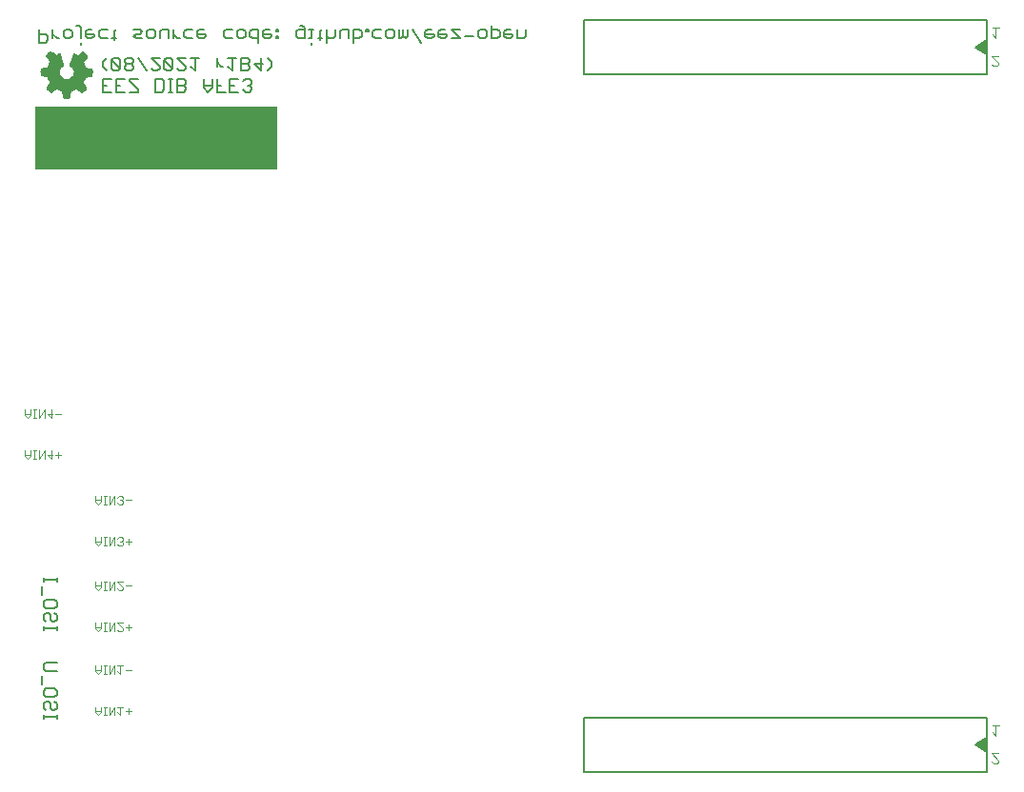
<source format=gbo>
G75*
%MOIN*%
%OFA0B0*%
%FSLAX25Y25*%
%IPPOS*%
%LPD*%
%AMOC8*
5,1,8,0,0,1.08239X$1,22.5*
%
%ADD10C,0.00500*%
%ADD11R,0.85100X0.22250*%
%ADD12R,0.01485X0.00015*%
%ADD13R,0.00045X0.00015*%
%ADD14R,0.00105X0.00015*%
%ADD15R,0.00165X0.00015*%
%ADD16R,0.00225X0.00015*%
%ADD17R,0.00285X0.00015*%
%ADD18R,0.00345X0.00015*%
%ADD19R,0.00405X0.00015*%
%ADD20R,0.00435X0.00015*%
%ADD21R,0.00465X0.00015*%
%ADD22R,0.00495X0.00015*%
%ADD23R,0.00540X0.00015*%
%ADD24R,0.00585X0.00015*%
%ADD25R,0.00645X0.00015*%
%ADD26R,0.00150X0.00015*%
%ADD27R,0.00675X0.00015*%
%ADD28R,0.00195X0.00015*%
%ADD29R,0.00705X0.00015*%
%ADD30R,0.00240X0.00015*%
%ADD31R,0.00735X0.00015*%
%ADD32R,0.00270X0.00015*%
%ADD33R,0.00765X0.00015*%
%ADD34R,0.00300X0.00015*%
%ADD35R,0.00810X0.00015*%
%ADD36R,0.00360X0.00015*%
%ADD37R,0.00855X0.00015*%
%ADD38R,0.00435X0.00015*%
%ADD39R,0.00915X0.00015*%
%ADD40R,0.00465X0.00015*%
%ADD41R,0.00945X0.00015*%
%ADD42R,0.00960X0.00015*%
%ADD43R,0.00525X0.00015*%
%ADD44R,0.00990X0.00015*%
%ADD45R,0.00555X0.00015*%
%ADD46R,0.01035X0.00015*%
%ADD47R,0.00600X0.00015*%
%ADD48R,0.01080X0.00015*%
%ADD49R,0.01125X0.00015*%
%ADD50R,0.01170X0.00015*%
%ADD51R,0.00720X0.00015*%
%ADD52R,0.01200X0.00015*%
%ADD53R,0.00750X0.00015*%
%ADD54R,0.01230X0.00015*%
%ADD55R,0.00780X0.00015*%
%ADD56R,0.01260X0.00015*%
%ADD57R,0.00810X0.00015*%
%ADD58R,0.01305X0.00015*%
%ADD59R,0.01365X0.00015*%
%ADD60R,0.00900X0.00015*%
%ADD61R,0.01395X0.00015*%
%ADD62R,0.01440X0.00015*%
%ADD63R,0.01470X0.00015*%
%ADD64R,0.01005X0.00015*%
%ADD65R,0.01500X0.00015*%
%ADD66R,0.01020X0.00015*%
%ADD67R,0.01530X0.00015*%
%ADD68R,0.01065X0.00015*%
%ADD69R,0.01575X0.00015*%
%ADD70R,0.01095X0.00015*%
%ADD71R,0.01635X0.00015*%
%ADD72R,0.01155X0.00015*%
%ADD73R,0.01680X0.00015*%
%ADD74R,0.01200X0.00015*%
%ADD75R,0.01710X0.00015*%
%ADD76R,0.01230X0.00015*%
%ADD77R,0.01725X0.00015*%
%ADD78R,0.01245X0.00015*%
%ADD79R,0.01755X0.00015*%
%ADD80R,0.01275X0.00015*%
%ADD81R,0.01800X0.00015*%
%ADD82R,0.01320X0.00015*%
%ADD83R,0.01860X0.00015*%
%ADD84R,0.01905X0.00015*%
%ADD85R,0.01410X0.00015*%
%ADD86R,0.01935X0.00015*%
%ADD87R,0.01455X0.00015*%
%ADD88R,0.01965X0.00015*%
%ADD89R,0.01485X0.00015*%
%ADD90R,0.01995X0.00015*%
%ADD91R,0.01515X0.00015*%
%ADD92R,0.02040X0.00015*%
%ADD93R,0.01530X0.00015*%
%ADD94R,0.02070X0.00015*%
%ADD95R,0.01575X0.00015*%
%ADD96R,0.02115X0.00015*%
%ADD97R,0.01620X0.00015*%
%ADD98R,0.02160X0.00015*%
%ADD99R,0.01665X0.00015*%
%ADD100R,0.02190X0.00015*%
%ADD101R,0.00075X0.00015*%
%ADD102R,0.01695X0.00015*%
%ADD103R,0.02220X0.00015*%
%ADD104R,0.00105X0.00015*%
%ADD105R,0.02235X0.00015*%
%ADD106R,0.00135X0.00015*%
%ADD107R,0.01755X0.00015*%
%ADD108R,0.02280X0.00015*%
%ADD109R,0.00180X0.00015*%
%ADD110R,0.01785X0.00015*%
%ADD111R,0.02340X0.00015*%
%ADD112R,0.00240X0.00015*%
%ADD113R,0.01830X0.00015*%
%ADD114R,0.02385X0.00015*%
%ADD115R,0.01890X0.00015*%
%ADD116R,0.02415X0.00015*%
%ADD117R,0.00330X0.00015*%
%ADD118R,0.00120X0.00015*%
%ADD119R,0.01920X0.00015*%
%ADD120R,0.02430X0.00015*%
%ADD121R,0.00375X0.00015*%
%ADD122R,0.02460X0.00015*%
%ADD123R,0.00405X0.00015*%
%ADD124R,0.00195X0.00015*%
%ADD125R,0.01965X0.00015*%
%ADD126R,0.02505X0.00015*%
%ADD127R,0.00210X0.00015*%
%ADD128R,0.02010X0.00015*%
%ADD129R,0.02535X0.00015*%
%ADD130R,0.00480X0.00015*%
%ADD131R,0.02580X0.00015*%
%ADD132R,0.00540X0.00015*%
%ADD133R,0.02085X0.00015*%
%ADD134R,0.02625X0.00015*%
%ADD135R,0.02130X0.00015*%
%ADD136R,0.02670X0.00015*%
%ADD137R,0.00630X0.00015*%
%ADD138R,0.02700X0.00015*%
%ADD139R,0.00660X0.00015*%
%ADD140R,0.00450X0.00015*%
%ADD141R,0.02190X0.00015*%
%ADD142R,0.02715X0.00015*%
%ADD143R,0.02205X0.00015*%
%ADD144R,0.02745X0.00015*%
%ADD145R,0.00510X0.00015*%
%ADD146R,0.02235X0.00015*%
%ADD147R,0.02775X0.00015*%
%ADD148R,0.02820X0.00015*%
%ADD149R,0.02310X0.00015*%
%ADD150R,0.02880X0.00015*%
%ADD151R,0.00855X0.00015*%
%ADD152R,0.02355X0.00015*%
%ADD153R,0.02895X0.00015*%
%ADD154R,0.00870X0.00015*%
%ADD155R,0.00660X0.00015*%
%ADD156R,0.02925X0.00015*%
%ADD157R,0.00690X0.00015*%
%ADD158R,0.02970X0.00015*%
%ADD159R,0.03000X0.00015*%
%ADD160R,0.00750X0.00015*%
%ADD161R,0.03045X0.00015*%
%ADD162R,0.01005X0.00015*%
%ADD163R,0.00780X0.00015*%
%ADD164R,0.02505X0.00015*%
%ADD165R,0.03090X0.00015*%
%ADD166R,0.01050X0.00015*%
%ADD167R,0.00825X0.00015*%
%ADD168R,0.02550X0.00015*%
%ADD169R,0.03135X0.00015*%
%ADD170R,0.01095X0.00015*%
%ADD171R,0.00870X0.00015*%
%ADD172R,0.03165X0.00015*%
%ADD173R,0.01125X0.00015*%
%ADD174R,0.02625X0.00015*%
%ADD175R,0.03195X0.00015*%
%ADD176R,0.01140X0.00015*%
%ADD177R,0.00930X0.00015*%
%ADD178R,0.02655X0.00015*%
%ADD179R,0.03210X0.00015*%
%ADD180R,0.00960X0.00015*%
%ADD181R,0.03240X0.00015*%
%ADD182R,0.02700X0.00015*%
%ADD183R,0.03285X0.00015*%
%ADD184R,0.01245X0.00015*%
%ADD185R,0.02745X0.00015*%
%ADD186R,0.03330X0.00015*%
%ADD187R,0.02790X0.00015*%
%ADD188R,0.03360X0.00015*%
%ADD189R,0.01110X0.00015*%
%ADD190R,0.02835X0.00015*%
%ADD191R,0.03390X0.00015*%
%ADD192R,0.01335X0.00015*%
%ADD193R,0.01140X0.00015*%
%ADD194R,0.02865X0.00015*%
%ADD195R,0.03420X0.00015*%
%ADD196R,0.01155X0.00015*%
%ADD197R,0.04905X0.00015*%
%ADD198R,0.04920X0.00015*%
%ADD199R,0.02940X0.00015*%
%ADD200R,0.04950X0.00015*%
%ADD201R,0.02985X0.00015*%
%ADD202R,0.04965X0.00015*%
%ADD203R,0.01275X0.00015*%
%ADD204R,0.03015X0.00015*%
%ADD205R,0.04980X0.00015*%
%ADD206R,0.03045X0.00015*%
%ADD207R,0.05010X0.00015*%
%ADD208R,0.01335X0.00015*%
%ADD209R,0.03075X0.00015*%
%ADD210R,0.01350X0.00015*%
%ADD211R,0.03105X0.00015*%
%ADD212R,0.05040X0.00015*%
%ADD213R,0.01380X0.00015*%
%ADD214R,0.05040X0.00015*%
%ADD215R,0.01410X0.00015*%
%ADD216R,0.03180X0.00015*%
%ADD217R,0.05070X0.00015*%
%ADD218R,0.03225X0.00015*%
%ADD219R,0.03255X0.00015*%
%ADD220R,0.05085X0.00015*%
%ADD221R,0.01515X0.00015*%
%ADD222R,0.03300X0.00015*%
%ADD223R,0.05100X0.00015*%
%ADD224R,0.04935X0.00015*%
%ADD225R,0.05115X0.00015*%
%ADD226R,0.04995X0.00015*%
%ADD227R,0.05130X0.00015*%
%ADD228R,0.05010X0.00015*%
%ADD229R,0.05130X0.00015*%
%ADD230R,0.05010X0.00015*%
%ADD231R,0.05025X0.00015*%
%ADD232R,0.05040X0.00015*%
%ADD233R,0.05055X0.00015*%
%ADD234R,0.05130X0.00015*%
%ADD235R,0.05085X0.00015*%
%ADD236R,0.05115X0.00015*%
%ADD237R,0.05145X0.00015*%
%ADD238R,0.05160X0.00015*%
%ADD239R,0.05130X0.00015*%
%ADD240R,0.05190X0.00015*%
%ADD241R,0.05190X0.00015*%
%ADD242R,0.05205X0.00015*%
%ADD243R,0.05220X0.00015*%
%ADD244R,0.05070X0.00015*%
%ADD245R,0.05085X0.00015*%
%ADD246R,0.05205X0.00015*%
%ADD247R,0.05220X0.00015*%
%ADD248R,0.05055X0.00015*%
%ADD249R,0.05025X0.00015*%
%ADD250R,0.05205X0.00015*%
%ADD251R,0.05025X0.00015*%
%ADD252R,0.05190X0.00015*%
%ADD253R,0.05190X0.00015*%
%ADD254R,0.04995X0.00015*%
%ADD255R,0.05175X0.00015*%
%ADD256R,0.04950X0.00015*%
%ADD257R,0.05145X0.00015*%
%ADD258R,0.05145X0.00015*%
%ADD259R,0.04920X0.00015*%
%ADD260R,0.04905X0.00015*%
%ADD261R,0.04905X0.00015*%
%ADD262R,0.05115X0.00015*%
%ADD263R,0.04890X0.00015*%
%ADD264R,0.04890X0.00015*%
%ADD265R,0.04875X0.00015*%
%ADD266R,0.04845X0.00015*%
%ADD267R,0.04830X0.00015*%
%ADD268R,0.04830X0.00015*%
%ADD269R,0.05070X0.00015*%
%ADD270R,0.04830X0.00015*%
%ADD271R,0.04815X0.00015*%
%ADD272R,0.04800X0.00015*%
%ADD273R,0.04800X0.00015*%
%ADD274R,0.05010X0.00015*%
%ADD275R,0.04785X0.00015*%
%ADD276R,0.04770X0.00015*%
%ADD277R,0.04770X0.00015*%
%ADD278R,0.04755X0.00015*%
%ADD279R,0.04740X0.00015*%
%ADD280R,0.04725X0.00015*%
%ADD281R,0.04725X0.00015*%
%ADD282R,0.04980X0.00015*%
%ADD283R,0.04710X0.00015*%
%ADD284R,0.04725X0.00015*%
%ADD285R,0.04710X0.00015*%
%ADD286R,0.04695X0.00015*%
%ADD287R,0.04680X0.00015*%
%ADD288R,0.04695X0.00015*%
%ADD289R,0.04680X0.00015*%
%ADD290R,0.04905X0.00015*%
%ADD291R,0.04665X0.00015*%
%ADD292R,0.04650X0.00015*%
%ADD293R,0.04635X0.00015*%
%ADD294R,0.04620X0.00015*%
%ADD295R,0.04620X0.00015*%
%ADD296R,0.04890X0.00015*%
%ADD297R,0.04605X0.00015*%
%ADD298R,0.04605X0.00015*%
%ADD299R,0.04590X0.00015*%
%ADD300R,0.04845X0.00015*%
%ADD301R,0.04575X0.00015*%
%ADD302R,0.04590X0.00015*%
%ADD303R,0.04575X0.00015*%
%ADD304R,0.04845X0.00015*%
%ADD305R,0.04560X0.00015*%
%ADD306R,0.04545X0.00015*%
%ADD307R,0.04530X0.00015*%
%ADD308R,0.04515X0.00015*%
%ADD309R,0.04530X0.00015*%
%ADD310R,0.04500X0.00015*%
%ADD311R,0.04515X0.00015*%
%ADD312R,0.04785X0.00015*%
%ADD313R,0.04485X0.00015*%
%ADD314R,0.04755X0.00015*%
%ADD315R,0.04470X0.00015*%
%ADD316R,0.04740X0.00015*%
%ADD317R,0.04485X0.00015*%
%ADD318R,0.04755X0.00015*%
%ADD319R,0.04545X0.00015*%
%ADD320R,0.04695X0.00015*%
%ADD321R,0.04680X0.00015*%
%ADD322R,0.04665X0.00015*%
%ADD323R,0.04725X0.00015*%
%ADD324R,0.04680X0.00015*%
%ADD325R,0.04860X0.00015*%
%ADD326R,0.04740X0.00015*%
%ADD327R,0.04875X0.00015*%
%ADD328R,0.04965X0.00015*%
%ADD329R,0.04860X0.00015*%
%ADD330R,0.04995X0.00015*%
%ADD331R,0.04875X0.00015*%
%ADD332R,0.04980X0.00015*%
%ADD333R,0.05235X0.00015*%
%ADD334R,0.05235X0.00015*%
%ADD335R,0.05250X0.00015*%
%ADD336R,0.05280X0.00015*%
%ADD337R,0.05295X0.00015*%
%ADD338R,0.05325X0.00015*%
%ADD339R,0.05340X0.00015*%
%ADD340R,0.05235X0.00015*%
%ADD341R,0.05355X0.00015*%
%ADD342R,0.05370X0.00015*%
%ADD343R,0.05265X0.00015*%
%ADD344R,0.05370X0.00015*%
%ADD345R,0.05280X0.00015*%
%ADD346R,0.05385X0.00015*%
%ADD347R,0.05295X0.00015*%
%ADD348R,0.05400X0.00015*%
%ADD349R,0.05415X0.00015*%
%ADD350R,0.05310X0.00015*%
%ADD351R,0.05430X0.00015*%
%ADD352R,0.05445X0.00015*%
%ADD353R,0.05460X0.00015*%
%ADD354R,0.05355X0.00015*%
%ADD355R,0.05475X0.00015*%
%ADD356R,0.05505X0.00015*%
%ADD357R,0.05520X0.00015*%
%ADD358R,0.05535X0.00015*%
%ADD359R,0.05550X0.00015*%
%ADD360R,0.05550X0.00015*%
%ADD361R,0.05475X0.00015*%
%ADD362R,0.05490X0.00015*%
%ADD363R,0.05475X0.00015*%
%ADD364R,0.05385X0.00015*%
%ADD365R,0.05370X0.00015*%
%ADD366R,0.05325X0.00015*%
%ADD367R,0.05310X0.00015*%
%ADD368R,0.05265X0.00015*%
%ADD369R,0.05175X0.00015*%
%ADD370R,0.04980X0.00015*%
%ADD371R,0.04965X0.00015*%
%ADD372R,0.04860X0.00015*%
%ADD373R,0.04845X0.00015*%
%ADD374R,0.04815X0.00015*%
%ADD375R,0.04770X0.00015*%
%ADD376R,0.05295X0.00015*%
%ADD377R,0.04635X0.00015*%
%ADD378R,0.05610X0.00015*%
%ADD379R,0.05700X0.00015*%
%ADD380R,0.05760X0.00015*%
%ADD381R,0.05805X0.00015*%
%ADD382R,0.05850X0.00015*%
%ADD383R,0.05895X0.00015*%
%ADD384R,0.06000X0.00015*%
%ADD385R,0.06135X0.00015*%
%ADD386R,0.06225X0.00015*%
%ADD387R,0.06300X0.00015*%
%ADD388R,0.06330X0.00015*%
%ADD389R,0.06375X0.00015*%
%ADD390R,0.06450X0.00015*%
%ADD391R,0.06570X0.00015*%
%ADD392R,0.05565X0.00015*%
%ADD393R,0.06690X0.00015*%
%ADD394R,0.06735X0.00015*%
%ADD395R,0.05790X0.00015*%
%ADD396R,0.06765X0.00015*%
%ADD397R,0.05850X0.00015*%
%ADD398R,0.06780X0.00015*%
%ADD399R,0.05895X0.00015*%
%ADD400R,0.06795X0.00015*%
%ADD401R,0.05955X0.00015*%
%ADD402R,0.06810X0.00015*%
%ADD403R,0.06060X0.00015*%
%ADD404R,0.06195X0.00015*%
%ADD405R,0.06825X0.00015*%
%ADD406R,0.06330X0.00015*%
%ADD407R,0.06840X0.00015*%
%ADD408R,0.06390X0.00015*%
%ADD409R,0.06495X0.00015*%
%ADD410R,0.06840X0.00015*%
%ADD411R,0.06555X0.00015*%
%ADD412R,0.06825X0.00015*%
%ADD413R,0.06645X0.00015*%
%ADD414R,0.06825X0.00015*%
%ADD415R,0.06705X0.00015*%
%ADD416R,0.06705X0.00015*%
%ADD417R,0.06810X0.00015*%
%ADD418R,0.06720X0.00015*%
%ADD419R,0.06795X0.00015*%
%ADD420R,0.06750X0.00015*%
%ADD421R,0.06765X0.00015*%
%ADD422R,0.06795X0.00015*%
%ADD423R,0.06780X0.00015*%
%ADD424R,0.06780X0.00015*%
%ADD425R,0.06750X0.00015*%
%ADD426R,0.06720X0.00015*%
%ADD427R,0.06720X0.00015*%
%ADD428R,0.06705X0.00015*%
%ADD429R,0.06705X0.00015*%
%ADD430R,0.06690X0.00015*%
%ADD431R,0.06675X0.00015*%
%ADD432R,0.06690X0.00015*%
%ADD433R,0.06675X0.00015*%
%ADD434R,0.06675X0.00015*%
%ADD435R,0.06660X0.00015*%
%ADD436R,0.06675X0.00015*%
%ADD437R,0.06660X0.00015*%
%ADD438R,0.06660X0.00015*%
%ADD439R,0.06645X0.00015*%
%ADD440R,0.06630X0.00015*%
%ADD441R,0.06660X0.00015*%
%ADD442R,0.06630X0.00015*%
%ADD443R,0.06645X0.00015*%
%ADD444R,0.06735X0.00015*%
%ADD445R,0.06765X0.00015*%
%ADD446R,0.06780X0.00015*%
%ADD447R,0.06825X0.00015*%
%ADD448R,0.06855X0.00015*%
%ADD449R,0.06855X0.00015*%
%ADD450R,0.06870X0.00015*%
%ADD451R,0.06885X0.00015*%
%ADD452R,0.06525X0.00015*%
%ADD453R,0.06405X0.00015*%
%ADD454R,0.06255X0.00015*%
%ADD455R,0.06165X0.00015*%
%ADD456R,0.06870X0.00015*%
%ADD457R,0.06120X0.00015*%
%ADD458R,0.06885X0.00015*%
%ADD459R,0.06060X0.00015*%
%ADD460R,0.06015X0.00015*%
%ADD461R,0.05910X0.00015*%
%ADD462R,0.05670X0.00015*%
%ADD463R,0.05595X0.00015*%
%ADD464R,0.06585X0.00015*%
%ADD465R,0.05160X0.00015*%
%ADD466R,0.06390X0.00015*%
%ADD467R,0.05025X0.00015*%
%ADD468R,0.06330X0.00015*%
%ADD469R,0.06075X0.00015*%
%ADD470R,0.05820X0.00015*%
%ADD471R,0.05775X0.00015*%
%ADD472R,0.05685X0.00015*%
%ADD473R,0.05460X0.00015*%
%ADD474R,0.04860X0.00015*%
%ADD475R,0.04935X0.00015*%
%ADD476R,0.05160X0.00015*%
%ADD477R,0.05325X0.00015*%
%ADD478R,0.05340X0.00015*%
%ADD479R,0.05355X0.00015*%
%ADD480R,0.05430X0.00015*%
%ADD481R,0.05535X0.00015*%
%ADD482R,0.05595X0.00015*%
%ADD483R,0.05640X0.00015*%
%ADD484R,0.05640X0.00015*%
%ADD485R,0.05670X0.00015*%
%ADD486R,0.05685X0.00015*%
%ADD487R,0.05700X0.00015*%
%ADD488R,0.05715X0.00015*%
%ADD489R,0.05715X0.00015*%
%ADD490R,0.05730X0.00015*%
%ADD491R,0.05745X0.00015*%
%ADD492R,0.05760X0.00015*%
%ADD493R,0.06000X0.00015*%
%ADD494R,0.06105X0.00015*%
%ADD495R,0.06180X0.00015*%
%ADD496R,0.06210X0.00015*%
%ADD497R,0.12690X0.00015*%
%ADD498R,0.12675X0.00015*%
%ADD499R,0.12660X0.00015*%
%ADD500R,0.12660X0.00015*%
%ADD501R,0.12645X0.00015*%
%ADD502R,0.12615X0.00015*%
%ADD503R,0.12600X0.00015*%
%ADD504R,0.12585X0.00015*%
%ADD505R,0.12555X0.00015*%
%ADD506R,0.12540X0.00015*%
%ADD507R,0.12525X0.00015*%
%ADD508R,0.12510X0.00015*%
%ADD509R,0.12510X0.00015*%
%ADD510R,0.12480X0.00015*%
%ADD511R,0.12450X0.00015*%
%ADD512R,0.12435X0.00015*%
%ADD513R,0.12420X0.00015*%
%ADD514R,0.12390X0.00015*%
%ADD515R,0.12375X0.00015*%
%ADD516R,0.12360X0.00015*%
%ADD517R,0.12330X0.00015*%
%ADD518R,0.12300X0.00015*%
%ADD519R,0.12285X0.00015*%
%ADD520R,0.12270X0.00015*%
%ADD521R,0.12255X0.00015*%
%ADD522R,0.12240X0.00015*%
%ADD523R,0.12225X0.00015*%
%ADD524R,0.12195X0.00015*%
%ADD525R,0.12165X0.00015*%
%ADD526R,0.12150X0.00015*%
%ADD527R,0.12135X0.00015*%
%ADD528R,0.12120X0.00015*%
%ADD529R,0.12090X0.00015*%
%ADD530R,0.12075X0.00015*%
%ADD531R,0.12060X0.00015*%
%ADD532R,0.12045X0.00015*%
%ADD533R,0.12015X0.00015*%
%ADD534R,0.12000X0.00015*%
%ADD535R,0.11985X0.00015*%
%ADD536R,0.11955X0.00015*%
%ADD537R,0.11940X0.00015*%
%ADD538R,0.11925X0.00015*%
%ADD539R,0.11910X0.00015*%
%ADD540R,0.11910X0.00015*%
%ADD541R,0.11880X0.00015*%
%ADD542R,0.11850X0.00015*%
%ADD543R,0.11835X0.00015*%
%ADD544R,0.11805X0.00015*%
%ADD545R,0.11775X0.00015*%
%ADD546R,0.11760X0.00015*%
%ADD547R,0.11745X0.00015*%
%ADD548R,0.11730X0.00015*%
%ADD549R,0.11700X0.00015*%
%ADD550R,0.11700X0.00015*%
%ADD551R,0.11685X0.00015*%
%ADD552R,0.11655X0.00015*%
%ADD553R,0.11640X0.00015*%
%ADD554R,0.11625X0.00015*%
%ADD555R,0.11625X0.00015*%
%ADD556R,0.11670X0.00015*%
%ADD557R,0.11715X0.00015*%
%ADD558R,0.11790X0.00015*%
%ADD559R,0.11820X0.00015*%
%ADD560R,0.11820X0.00015*%
%ADD561R,0.11880X0.00015*%
%ADD562R,0.11895X0.00015*%
%ADD563R,0.11970X0.00015*%
%ADD564R,0.12045X0.00015*%
%ADD565R,0.12075X0.00015*%
%ADD566R,0.12105X0.00015*%
%ADD567R,0.12135X0.00015*%
%ADD568R,0.12165X0.00015*%
%ADD569R,0.12180X0.00015*%
%ADD570R,0.12195X0.00015*%
%ADD571R,0.12210X0.00015*%
%ADD572R,0.12225X0.00015*%
%ADD573R,0.12255X0.00015*%
%ADD574R,0.12360X0.00015*%
%ADD575R,0.12390X0.00015*%
%ADD576R,0.12405X0.00015*%
%ADD577R,0.12435X0.00015*%
%ADD578R,0.12480X0.00015*%
%ADD579R,0.12480X0.00015*%
%ADD580R,0.12510X0.00015*%
%ADD581R,0.12570X0.00015*%
%ADD582R,0.12630X0.00015*%
%ADD583R,0.12675X0.00015*%
%ADD584R,0.12705X0.00015*%
%ADD585R,0.12735X0.00015*%
%ADD586R,0.12750X0.00015*%
%ADD587R,0.12780X0.00015*%
%ADD588R,0.12795X0.00015*%
%ADD589R,0.12810X0.00015*%
%ADD590R,0.12840X0.00015*%
%ADD591R,0.12855X0.00015*%
%ADD592R,0.12885X0.00015*%
%ADD593R,0.12900X0.00015*%
%ADD594R,0.12915X0.00015*%
%ADD595R,0.12945X0.00015*%
%ADD596R,0.12960X0.00015*%
%ADD597R,0.12990X0.00015*%
%ADD598R,0.13005X0.00015*%
%ADD599R,0.13020X0.00015*%
%ADD600R,0.13035X0.00015*%
%ADD601R,0.13065X0.00015*%
%ADD602R,0.13080X0.00015*%
%ADD603R,0.13110X0.00015*%
%ADD604R,0.13125X0.00015*%
%ADD605R,0.13155X0.00015*%
%ADD606R,0.13170X0.00015*%
%ADD607R,0.13200X0.00015*%
%ADD608R,0.13230X0.00015*%
%ADD609R,0.13260X0.00015*%
%ADD610R,0.13290X0.00015*%
%ADD611R,0.13320X0.00015*%
%ADD612R,0.13350X0.00015*%
%ADD613R,0.13365X0.00015*%
%ADD614R,0.13395X0.00015*%
%ADD615R,0.13425X0.00015*%
%ADD616R,0.13455X0.00015*%
%ADD617R,0.13470X0.00015*%
%ADD618R,0.13500X0.00015*%
%ADD619R,0.13530X0.00015*%
%ADD620R,0.13560X0.00015*%
%ADD621R,0.13575X0.00015*%
%ADD622R,0.13605X0.00015*%
%ADD623R,0.13635X0.00015*%
%ADD624R,0.13650X0.00015*%
%ADD625R,0.13680X0.00015*%
%ADD626R,0.13695X0.00015*%
%ADD627R,0.13725X0.00015*%
%ADD628R,0.13740X0.00015*%
%ADD629R,0.13770X0.00015*%
%ADD630R,0.13785X0.00015*%
%ADD631R,0.13800X0.00015*%
%ADD632R,0.13830X0.00015*%
%ADD633R,0.13860X0.00015*%
%ADD634R,0.13875X0.00015*%
%ADD635R,0.13905X0.00015*%
%ADD636R,0.13935X0.00015*%
%ADD637R,0.13950X0.00015*%
%ADD638R,0.13980X0.00015*%
%ADD639R,0.14010X0.00015*%
%ADD640R,0.14025X0.00015*%
%ADD641R,0.14055X0.00015*%
%ADD642R,0.14070X0.00015*%
%ADD643R,0.14085X0.00015*%
%ADD644R,0.14115X0.00015*%
%ADD645R,0.14145X0.00015*%
%ADD646R,0.14160X0.00015*%
%ADD647R,0.14190X0.00015*%
%ADD648R,0.14205X0.00015*%
%ADD649R,0.14220X0.00015*%
%ADD650R,0.14235X0.00015*%
%ADD651R,0.14265X0.00015*%
%ADD652R,0.14280X0.00015*%
%ADD653R,0.14295X0.00015*%
%ADD654R,0.14295X0.00015*%
%ADD655R,0.14250X0.00015*%
%ADD656R,0.14205X0.00015*%
%ADD657R,0.14175X0.00015*%
%ADD658R,0.14160X0.00015*%
%ADD659R,0.14130X0.00015*%
%ADD660R,0.14100X0.00015*%
%ADD661R,0.14040X0.00015*%
%ADD662R,0.14010X0.00015*%
%ADD663R,0.03465X0.00015*%
%ADD664R,0.10440X0.00015*%
%ADD665R,0.03420X0.00015*%
%ADD666R,0.10395X0.00015*%
%ADD667R,0.03375X0.00015*%
%ADD668R,0.10335X0.00015*%
%ADD669R,0.03570X0.00015*%
%ADD670R,0.06600X0.00015*%
%ADD671R,0.03525X0.00015*%
%ADD672R,0.03270X0.00015*%
%ADD673R,0.03495X0.00015*%
%ADD674R,0.03210X0.00015*%
%ADD675R,0.06480X0.00015*%
%ADD676R,0.03435X0.00015*%
%ADD677R,0.03165X0.00015*%
%ADD678R,0.03390X0.00015*%
%ADD679R,0.03120X0.00015*%
%ADD680R,0.06315X0.00015*%
%ADD681R,0.03345X0.00015*%
%ADD682R,0.03090X0.00015*%
%ADD683R,0.03075X0.00015*%
%ADD684R,0.06225X0.00015*%
%ADD685R,0.03270X0.00015*%
%ADD686R,0.06180X0.00015*%
%ADD687R,0.02970X0.00015*%
%ADD688R,0.06075X0.00015*%
%ADD689R,0.03195X0.00015*%
%ADD690R,0.02925X0.00015*%
%ADD691R,0.05985X0.00015*%
%ADD692R,0.03135X0.00015*%
%ADD693R,0.02850X0.00015*%
%ADD694R,0.05835X0.00015*%
%ADD695R,0.03030X0.00015*%
%ADD696R,0.02805X0.00015*%
%ADD697R,0.02730X0.00015*%
%ADD698R,0.05625X0.00015*%
%ADD699R,0.02925X0.00015*%
%ADD700R,0.02640X0.00015*%
%ADD701R,0.02595X0.00015*%
%ADD702R,0.02565X0.00015*%
%ADD703R,0.02760X0.00015*%
%ADD704R,0.02520X0.00015*%
%ADD705R,0.02730X0.00015*%
%ADD706R,0.02475X0.00015*%
%ADD707R,0.02685X0.00015*%
%ADD708R,0.02445X0.00015*%
%ADD709R,0.02400X0.00015*%
%ADD710R,0.02370X0.00015*%
%ADD711R,0.02565X0.00015*%
%ADD712R,0.02340X0.00015*%
%ADD713R,0.02325X0.00015*%
%ADD714R,0.02505X0.00015*%
%ADD715R,0.02280X0.00015*%
%ADD716R,0.02460X0.00015*%
%ADD717R,0.04560X0.00015*%
%ADD718R,0.02190X0.00015*%
%ADD719R,0.04440X0.00015*%
%ADD720R,0.02370X0.00015*%
%ADD721R,0.02145X0.00015*%
%ADD722R,0.04365X0.00015*%
%ADD723R,0.04320X0.00015*%
%ADD724R,0.02310X0.00015*%
%ADD725R,0.02100X0.00015*%
%ADD726R,0.04260X0.00015*%
%ADD727R,0.04200X0.00015*%
%ADD728R,0.02265X0.00015*%
%ADD729R,0.02040X0.00015*%
%ADD730R,0.04095X0.00015*%
%ADD731R,0.02220X0.00015*%
%ADD732R,0.03915X0.00015*%
%ADD733R,0.02175X0.00015*%
%ADD734R,0.03765X0.00015*%
%ADD735R,0.03675X0.00015*%
%ADD736R,0.01890X0.00015*%
%ADD737R,0.03615X0.00015*%
%ADD738R,0.02055X0.00015*%
%ADD739R,0.01860X0.00015*%
%ADD740R,0.03555X0.00015*%
%ADD741R,0.01815X0.00015*%
%ADD742R,0.03450X0.00015*%
%ADD743R,0.01725X0.00015*%
%ADD744R,0.03315X0.00015*%
%ADD745R,0.01905X0.00015*%
%ADD746R,0.01680X0.00015*%
%ADD747R,0.01650X0.00015*%
%ADD748R,0.01620X0.00015*%
%ADD749R,0.01590X0.00015*%
%ADD750R,0.01770X0.00015*%
%ADD751R,0.01560X0.00015*%
%ADD752R,0.03240X0.00015*%
%ADD753R,0.01740X0.00015*%
%ADD754R,0.01665X0.00015*%
%ADD755R,0.01455X0.00015*%
%ADD756R,0.01635X0.00015*%
%ADD757R,0.01410X0.00015*%
%ADD758R,0.01395X0.00015*%
%ADD759R,0.01365X0.00015*%
%ADD760R,0.01335X0.00015*%
%ADD761R,0.01290X0.00015*%
%ADD762R,0.03210X0.00015*%
%ADD763R,0.01455X0.00015*%
%ADD764R,0.01185X0.00015*%
%ADD765R,0.01290X0.00015*%
%ADD766R,0.01110X0.00015*%
%ADD767R,0.01260X0.00015*%
%ADD768R,0.03180X0.00015*%
%ADD769R,0.00975X0.00015*%
%ADD770R,0.03150X0.00015*%
%ADD771R,0.00885X0.00015*%
%ADD772R,0.03150X0.00015*%
%ADD773R,0.01050X0.00015*%
%ADD774R,0.00795X0.00015*%
%ADD775R,0.00885X0.00015*%
%ADD776R,0.00690X0.00015*%
%ADD777R,0.00840X0.00015*%
%ADD778R,0.00570X0.00015*%
%ADD779R,0.00525X0.00015*%
%ADD780R,0.03105X0.00015*%
%ADD781R,0.00660X0.00015*%
%ADD782R,0.00615X0.00015*%
%ADD783R,0.00420X0.00015*%
%ADD784R,0.00555X0.00015*%
%ADD785R,0.00390X0.00015*%
%ADD786R,0.00525X0.00015*%
%ADD787R,0.00360X0.00015*%
%ADD788R,0.00495X0.00015*%
%ADD789R,0.03075X0.00015*%
%ADD790R,0.00450X0.00015*%
%ADD791R,0.00225X0.00015*%
%ADD792R,0.00345X0.00015*%
%ADD793R,0.00255X0.00015*%
%ADD794R,0.03060X0.00015*%
%ADD795R,0.00180X0.00015*%
%ADD796R,0.00075X0.00015*%
%ADD797R,0.03000X0.00015*%
%ADD798R,0.02955X0.00015*%
%ADD799R,0.02940X0.00015*%
%ADD800R,0.02940X0.00015*%
%ADD801R,0.02910X0.00015*%
%ADD802R,0.02910X0.00015*%
%ADD803R,0.02865X0.00015*%
%ADD804R,0.02805X0.00015*%
%ADD805R,0.02775X0.00015*%
%ADD806R,0.02760X0.00015*%
%ADD807R,0.02655X0.00015*%
%ADD808R,0.02640X0.00015*%
%ADD809R,0.02610X0.00015*%
%ADD810R,0.02595X0.00015*%
%ADD811R,0.02535X0.00015*%
%ADD812R,0.02475X0.00015*%
%ADD813R,0.02175X0.00015*%
%ADD814R,0.01575X0.00015*%
%ADD815C,0.00300*%
%ADD816C,0.00800*%
%ADD817C,0.00400*%
D10*
X0020999Y0042431D02*
X0020999Y0043932D01*
X0020999Y0043182D02*
X0025503Y0043182D01*
X0025503Y0043932D02*
X0025503Y0042431D01*
X0024752Y0045500D02*
X0024001Y0045500D01*
X0023251Y0046251D01*
X0023251Y0047752D01*
X0022500Y0048503D01*
X0021749Y0048503D01*
X0020999Y0047752D01*
X0020999Y0046251D01*
X0021749Y0045500D01*
X0024752Y0045500D02*
X0025503Y0046251D01*
X0025503Y0047752D01*
X0024752Y0048503D01*
X0024752Y0050104D02*
X0021749Y0050104D01*
X0020999Y0050855D01*
X0020999Y0052356D01*
X0021749Y0053107D01*
X0024752Y0053107D01*
X0025503Y0052356D01*
X0025503Y0050855D01*
X0024752Y0050104D01*
X0020248Y0054708D02*
X0020248Y0057711D01*
X0021749Y0059312D02*
X0020999Y0060063D01*
X0020999Y0061564D01*
X0021749Y0062315D01*
X0025503Y0062315D01*
X0025503Y0059312D02*
X0021749Y0059312D01*
X0020999Y0073531D02*
X0020999Y0075032D01*
X0020999Y0074282D02*
X0025503Y0074282D01*
X0025503Y0075032D02*
X0025503Y0073531D01*
X0024752Y0076600D02*
X0024001Y0076600D01*
X0023251Y0077351D01*
X0023251Y0078852D01*
X0022500Y0079603D01*
X0021749Y0079603D01*
X0020999Y0078852D01*
X0020999Y0077351D01*
X0021749Y0076600D01*
X0024752Y0076600D02*
X0025503Y0077351D01*
X0025503Y0078852D01*
X0024752Y0079603D01*
X0024752Y0081204D02*
X0021749Y0081204D01*
X0020999Y0081955D01*
X0020999Y0083456D01*
X0021749Y0084207D01*
X0024752Y0084207D01*
X0025503Y0083456D01*
X0025503Y0081955D01*
X0024752Y0081204D01*
X0020248Y0085808D02*
X0020248Y0088811D01*
X0020999Y0090412D02*
X0020999Y0091913D01*
X0020999Y0091163D02*
X0025503Y0091163D01*
X0025503Y0091913D02*
X0025503Y0090412D01*
X0346973Y0033461D02*
X0350973Y0035961D01*
X0350973Y0030961D01*
X0346973Y0033461D01*
X0347283Y0033654D02*
X0350973Y0033654D01*
X0350973Y0033156D02*
X0347461Y0033156D01*
X0348259Y0032657D02*
X0350973Y0032657D01*
X0350973Y0032159D02*
X0349056Y0032159D01*
X0349854Y0031660D02*
X0350973Y0031660D01*
X0350973Y0031162D02*
X0350651Y0031162D01*
X0350973Y0034153D02*
X0348081Y0034153D01*
X0348878Y0034651D02*
X0350973Y0034651D01*
X0350973Y0035150D02*
X0349676Y0035150D01*
X0350474Y0035648D02*
X0350973Y0035648D01*
X0093721Y0262794D02*
X0092970Y0262043D01*
X0091469Y0262043D01*
X0090718Y0262794D01*
X0089117Y0262043D02*
X0086114Y0262043D01*
X0086114Y0266547D01*
X0089117Y0266547D01*
X0090718Y0265796D02*
X0091469Y0266547D01*
X0092970Y0266547D01*
X0093721Y0265796D01*
X0093721Y0265046D01*
X0092970Y0264295D01*
X0092219Y0264295D01*
X0092970Y0264295D02*
X0093721Y0263544D01*
X0093721Y0262794D01*
X0087615Y0264295D02*
X0086114Y0264295D01*
X0084513Y0262043D02*
X0081510Y0262043D01*
X0081510Y0266547D01*
X0079909Y0266547D02*
X0079909Y0263544D01*
X0078407Y0262043D01*
X0076906Y0263544D01*
X0076906Y0266547D01*
X0076906Y0264295D02*
X0079909Y0264295D01*
X0081510Y0264295D02*
X0083011Y0264295D01*
X0086848Y0269543D02*
X0086848Y0274047D01*
X0085347Y0274047D02*
X0088349Y0274047D01*
X0089951Y0274047D02*
X0089951Y0269543D01*
X0092203Y0269543D01*
X0092953Y0270294D01*
X0092953Y0271044D01*
X0092203Y0271795D01*
X0089951Y0271795D01*
X0092203Y0271795D02*
X0092953Y0272546D01*
X0092953Y0273296D01*
X0092203Y0274047D01*
X0089951Y0274047D01*
X0094555Y0271795D02*
X0096806Y0269543D01*
X0096806Y0274047D01*
X0099159Y0274047D02*
X0100660Y0272546D01*
X0100660Y0271044D01*
X0099159Y0269543D01*
X0097557Y0271795D02*
X0094555Y0271795D01*
X0096080Y0279393D02*
X0096080Y0283897D01*
X0093828Y0283897D01*
X0093078Y0283146D01*
X0093078Y0281645D01*
X0093828Y0280894D01*
X0096080Y0280894D01*
X0097682Y0281645D02*
X0098432Y0280894D01*
X0099934Y0280894D01*
X0100684Y0281645D01*
X0100684Y0282396D01*
X0097682Y0282396D01*
X0097682Y0283146D02*
X0097682Y0281645D01*
X0097682Y0283146D02*
X0098432Y0283897D01*
X0099934Y0283897D01*
X0102286Y0283897D02*
X0102286Y0283146D01*
X0103036Y0283146D01*
X0103036Y0283897D01*
X0102286Y0283897D01*
X0102286Y0281645D02*
X0102286Y0280894D01*
X0103036Y0280894D01*
X0103036Y0281645D01*
X0102286Y0281645D01*
X0109191Y0281645D02*
X0109191Y0283146D01*
X0109942Y0283897D01*
X0112194Y0283897D01*
X0112194Y0284647D02*
X0112194Y0280894D01*
X0109942Y0280894D01*
X0109191Y0281645D01*
X0110693Y0285398D02*
X0111443Y0285398D01*
X0112194Y0284647D01*
X0113795Y0283897D02*
X0115297Y0283897D01*
X0114546Y0283897D02*
X0114546Y0280894D01*
X0113795Y0280894D01*
X0114546Y0279393D02*
X0114546Y0278642D01*
X0116865Y0280894D02*
X0118366Y0280894D01*
X0117615Y0280144D02*
X0117615Y0283146D01*
X0118366Y0283897D01*
X0119934Y0283897D02*
X0119934Y0279393D01*
X0120685Y0280894D02*
X0122186Y0280894D01*
X0122937Y0281645D01*
X0122937Y0283897D01*
X0124538Y0283146D02*
X0125289Y0283897D01*
X0127540Y0283897D01*
X0127540Y0280894D01*
X0129142Y0280894D02*
X0131394Y0280894D01*
X0132144Y0281645D01*
X0132144Y0283146D01*
X0131394Y0283897D01*
X0129142Y0283897D01*
X0129142Y0279393D01*
X0124538Y0280894D02*
X0124538Y0283146D01*
X0120685Y0280894D02*
X0119934Y0281645D01*
X0133746Y0283146D02*
X0134496Y0283146D01*
X0134496Y0283897D01*
X0133746Y0283897D01*
X0133746Y0283146D01*
X0136048Y0283146D02*
X0136798Y0283897D01*
X0139050Y0283897D01*
X0140652Y0283146D02*
X0141402Y0283897D01*
X0142904Y0283897D01*
X0143654Y0283146D01*
X0143654Y0281645D01*
X0142904Y0280894D01*
X0141402Y0280894D01*
X0140652Y0281645D01*
X0140652Y0283146D01*
X0139050Y0280894D02*
X0136798Y0280894D01*
X0136048Y0281645D01*
X0136048Y0283146D01*
X0145256Y0283897D02*
X0145256Y0280894D01*
X0146006Y0280894D01*
X0146757Y0281645D01*
X0147507Y0280894D01*
X0148258Y0281645D01*
X0148258Y0283897D01*
X0146757Y0283897D02*
X0146757Y0281645D01*
X0149859Y0283897D02*
X0152862Y0279393D01*
X0154463Y0281645D02*
X0155214Y0280894D01*
X0156715Y0280894D01*
X0157466Y0281645D01*
X0157466Y0282396D01*
X0154463Y0282396D01*
X0154463Y0283146D02*
X0154463Y0281645D01*
X0154463Y0283146D02*
X0155214Y0283897D01*
X0156715Y0283897D01*
X0159067Y0283146D02*
X0159067Y0281645D01*
X0159818Y0280894D01*
X0161319Y0280894D01*
X0162070Y0281645D01*
X0162070Y0282396D01*
X0159067Y0282396D01*
X0159067Y0283146D02*
X0159818Y0283897D01*
X0161319Y0283897D01*
X0163671Y0283897D02*
X0166674Y0283897D01*
X0168275Y0281645D02*
X0171278Y0281645D01*
X0172879Y0281645D02*
X0172879Y0283146D01*
X0173630Y0283897D01*
X0175131Y0283897D01*
X0175882Y0283146D01*
X0175882Y0281645D01*
X0175131Y0280894D01*
X0173630Y0280894D01*
X0172879Y0281645D01*
X0177483Y0280894D02*
X0177483Y0285398D01*
X0177483Y0283897D02*
X0179735Y0283897D01*
X0180486Y0283146D01*
X0180486Y0281645D01*
X0179735Y0280894D01*
X0177483Y0280894D01*
X0182087Y0281645D02*
X0182838Y0280894D01*
X0184339Y0280894D01*
X0185089Y0281645D01*
X0185089Y0282396D01*
X0182087Y0282396D01*
X0182087Y0283146D02*
X0182087Y0281645D01*
X0182087Y0283146D02*
X0182838Y0283897D01*
X0184339Y0283897D01*
X0186691Y0283897D02*
X0186691Y0280894D01*
X0188943Y0280894D01*
X0189693Y0281645D01*
X0189693Y0283897D01*
X0166674Y0280894D02*
X0163671Y0283897D01*
X0163671Y0280894D02*
X0166674Y0280894D01*
X0091476Y0281645D02*
X0090726Y0280894D01*
X0089224Y0280894D01*
X0088474Y0281645D01*
X0088474Y0283146D01*
X0089224Y0283897D01*
X0090726Y0283897D01*
X0091476Y0283146D01*
X0091476Y0281645D01*
X0086872Y0280894D02*
X0084621Y0280894D01*
X0083870Y0281645D01*
X0083870Y0283146D01*
X0084621Y0283897D01*
X0086872Y0283897D01*
X0077665Y0282396D02*
X0074662Y0282396D01*
X0074662Y0283146D02*
X0074662Y0281645D01*
X0075413Y0280894D01*
X0076914Y0280894D01*
X0077665Y0281645D01*
X0077665Y0282396D01*
X0076914Y0283897D02*
X0075413Y0283897D01*
X0074662Y0283146D01*
X0073061Y0283897D02*
X0070809Y0283897D01*
X0070058Y0283146D01*
X0070058Y0281645D01*
X0070809Y0280894D01*
X0073061Y0280894D01*
X0068473Y0280894D02*
X0067723Y0280894D01*
X0066222Y0282396D01*
X0066222Y0283897D02*
X0066222Y0280894D01*
X0064620Y0280894D02*
X0064620Y0283897D01*
X0062368Y0283897D01*
X0061618Y0283146D01*
X0061618Y0280894D01*
X0060016Y0281645D02*
X0060016Y0283146D01*
X0059266Y0283897D01*
X0057764Y0283897D01*
X0057014Y0283146D01*
X0057014Y0281645D01*
X0057764Y0280894D01*
X0059266Y0280894D01*
X0060016Y0281645D01*
X0055412Y0280894D02*
X0053160Y0280894D01*
X0052410Y0281645D01*
X0053160Y0282396D01*
X0054662Y0282396D01*
X0055412Y0283146D01*
X0054662Y0283897D01*
X0052410Y0283897D01*
X0046238Y0283897D02*
X0045487Y0283146D01*
X0045487Y0280144D01*
X0044737Y0280894D02*
X0046238Y0280894D01*
X0043135Y0280894D02*
X0040883Y0280894D01*
X0040133Y0281645D01*
X0040133Y0283146D01*
X0040883Y0283897D01*
X0043135Y0283897D01*
X0038531Y0282396D02*
X0035529Y0282396D01*
X0035529Y0283146D02*
X0035529Y0281645D01*
X0036279Y0280894D01*
X0037781Y0280894D01*
X0038531Y0281645D01*
X0038531Y0282396D01*
X0037781Y0283897D02*
X0036279Y0283897D01*
X0035529Y0283146D01*
X0033961Y0284647D02*
X0033961Y0280894D01*
X0033961Y0279393D02*
X0033961Y0278642D01*
X0030858Y0281645D02*
X0030107Y0280894D01*
X0028606Y0280894D01*
X0027855Y0281645D01*
X0027855Y0283146D01*
X0028606Y0283897D01*
X0030107Y0283897D01*
X0030858Y0283146D01*
X0030858Y0281645D01*
X0032459Y0285398D02*
X0033210Y0285398D01*
X0033961Y0284647D01*
X0026271Y0280894D02*
X0025520Y0280894D01*
X0024019Y0282396D01*
X0024019Y0283897D02*
X0024019Y0280894D01*
X0022418Y0280144D02*
X0022418Y0281645D01*
X0021667Y0282396D01*
X0019415Y0282396D01*
X0019415Y0283897D02*
X0019415Y0279393D01*
X0021667Y0279393D01*
X0022418Y0280144D01*
X0041609Y0272546D02*
X0041609Y0271044D01*
X0043111Y0269543D01*
X0044679Y0270294D02*
X0044679Y0273296D01*
X0047681Y0270294D01*
X0047681Y0273296D01*
X0046931Y0274047D01*
X0045429Y0274047D01*
X0044679Y0273296D01*
X0043111Y0274047D02*
X0041609Y0272546D01*
X0044679Y0270294D02*
X0045429Y0269543D01*
X0046931Y0269543D01*
X0047681Y0270294D01*
X0049283Y0270294D02*
X0049283Y0271044D01*
X0050033Y0271795D01*
X0051535Y0271795D01*
X0052285Y0272546D01*
X0052285Y0273296D01*
X0051535Y0274047D01*
X0050033Y0274047D01*
X0049283Y0273296D01*
X0049283Y0272546D01*
X0050033Y0271795D01*
X0051535Y0271795D02*
X0052285Y0271044D01*
X0052285Y0270294D01*
X0051535Y0269543D01*
X0050033Y0269543D01*
X0049283Y0270294D01*
X0049216Y0266547D02*
X0046213Y0266547D01*
X0046213Y0262043D01*
X0049216Y0262043D01*
X0050817Y0262043D02*
X0053820Y0262043D01*
X0053820Y0262794D01*
X0050817Y0265796D01*
X0050817Y0266547D01*
X0053820Y0266547D01*
X0056889Y0269543D02*
X0053887Y0274047D01*
X0058491Y0274047D02*
X0061493Y0271044D01*
X0061493Y0270294D01*
X0060742Y0269543D01*
X0059241Y0269543D01*
X0058491Y0270294D01*
X0058491Y0274047D02*
X0061493Y0274047D01*
X0063094Y0273296D02*
X0066097Y0270294D01*
X0066097Y0273296D01*
X0065346Y0274047D01*
X0063845Y0274047D01*
X0063094Y0273296D01*
X0063094Y0270294D01*
X0063845Y0269543D01*
X0065346Y0269543D01*
X0066097Y0270294D01*
X0067698Y0270294D02*
X0068449Y0269543D01*
X0069950Y0269543D01*
X0070701Y0270294D01*
X0070701Y0271044D01*
X0067698Y0274047D01*
X0070701Y0274047D01*
X0072302Y0274047D02*
X0075305Y0274047D01*
X0073804Y0274047D02*
X0073804Y0269543D01*
X0072302Y0271044D01*
X0069950Y0266547D02*
X0067698Y0266547D01*
X0067698Y0262043D01*
X0069950Y0262043D01*
X0070701Y0262794D01*
X0070701Y0263544D01*
X0069950Y0264295D01*
X0067698Y0264295D01*
X0069950Y0264295D02*
X0070701Y0265046D01*
X0070701Y0265796D01*
X0069950Y0266547D01*
X0066130Y0266547D02*
X0064629Y0266547D01*
X0065380Y0266547D02*
X0065380Y0262043D01*
X0066130Y0262043D02*
X0064629Y0262043D01*
X0063028Y0262794D02*
X0062277Y0262043D01*
X0060025Y0262043D01*
X0060025Y0266547D01*
X0062277Y0266547D01*
X0063028Y0265796D01*
X0063028Y0262794D01*
X0047715Y0264295D02*
X0046213Y0264295D01*
X0044612Y0266547D02*
X0041609Y0266547D01*
X0041609Y0262043D01*
X0044612Y0262043D01*
X0043111Y0264295D02*
X0041609Y0264295D01*
X0081510Y0271044D02*
X0081510Y0274047D01*
X0081510Y0272546D02*
X0083011Y0271044D01*
X0083762Y0271044D01*
X0085347Y0271044D02*
X0086848Y0269543D01*
X0346973Y0277713D02*
X0350973Y0280213D01*
X0350973Y0275213D01*
X0346973Y0277713D01*
X0347313Y0277925D02*
X0350973Y0277925D01*
X0350973Y0278423D02*
X0348110Y0278423D01*
X0348908Y0278922D02*
X0350973Y0278922D01*
X0350973Y0279420D02*
X0349706Y0279420D01*
X0350503Y0279919D02*
X0350973Y0279919D01*
X0350973Y0277426D02*
X0347431Y0277426D01*
X0348229Y0276928D02*
X0350973Y0276928D01*
X0350973Y0276429D02*
X0349026Y0276429D01*
X0349824Y0275931D02*
X0350973Y0275931D01*
X0350973Y0275432D02*
X0350622Y0275432D01*
D11*
X0060199Y0245906D03*
D12*
X0026269Y0270340D03*
D13*
X0023378Y0276050D03*
X0031583Y0275180D03*
X0034763Y0275885D03*
D14*
X0023378Y0276035D03*
D15*
X0023378Y0276020D03*
D16*
X0023378Y0276005D03*
D17*
X0023378Y0275990D03*
X0023469Y0261605D03*
D18*
X0023378Y0275975D03*
X0031628Y0275090D03*
D19*
X0031643Y0275075D03*
X0023378Y0275960D03*
D20*
X0023378Y0275945D03*
D21*
X0023378Y0275930D03*
D22*
X0023378Y0275915D03*
X0034763Y0275750D03*
D23*
X0023386Y0275900D03*
D24*
X0023393Y0275885D03*
X0026408Y0275075D03*
X0031719Y0274985D03*
D25*
X0031733Y0274970D03*
X0034748Y0275690D03*
X0023393Y0275870D03*
D26*
X0031576Y0275150D03*
X0034771Y0275870D03*
D27*
X0034748Y0275675D03*
X0026378Y0275030D03*
X0023393Y0275855D03*
D28*
X0034763Y0275855D03*
D29*
X0031763Y0274925D03*
X0026363Y0275015D03*
X0023393Y0275840D03*
D30*
X0034771Y0275840D03*
D31*
X0023394Y0275825D03*
D32*
X0031606Y0275105D03*
X0034771Y0275825D03*
D33*
X0026348Y0275000D03*
X0023394Y0275810D03*
D34*
X0026506Y0275180D03*
X0034771Y0275810D03*
X0034396Y0261560D03*
D35*
X0023401Y0275795D03*
D36*
X0034771Y0275795D03*
D37*
X0034733Y0275600D03*
X0023408Y0275780D03*
D38*
X0026468Y0275120D03*
X0031658Y0275060D03*
X0034763Y0275780D03*
D39*
X0031823Y0274850D03*
X0026288Y0274925D03*
X0023408Y0275765D03*
X0023498Y0261860D03*
D40*
X0023483Y0261680D03*
X0034763Y0275765D03*
D41*
X0034733Y0275570D03*
X0026273Y0274910D03*
X0023408Y0275750D03*
X0028793Y0259685D03*
X0034373Y0261800D03*
D42*
X0023416Y0275735D03*
D43*
X0034763Y0275735D03*
D44*
X0034726Y0275555D03*
X0031846Y0274805D03*
X0023416Y0275720D03*
X0034366Y0261815D03*
D45*
X0034763Y0275720D03*
D46*
X0023423Y0275705D03*
D47*
X0034756Y0275705D03*
X0023491Y0261725D03*
D48*
X0034366Y0261860D03*
X0031876Y0274775D03*
X0023416Y0275690D03*
D49*
X0023423Y0275675D03*
D50*
X0023431Y0275660D03*
X0026206Y0274820D03*
X0031906Y0274715D03*
X0034351Y0261890D03*
D51*
X0034381Y0261710D03*
X0034741Y0275660D03*
D52*
X0023431Y0275645D03*
D53*
X0034741Y0275645D03*
D54*
X0023431Y0275630D03*
X0023521Y0261980D03*
X0034351Y0261905D03*
D55*
X0034381Y0261740D03*
X0034741Y0275630D03*
D56*
X0023431Y0275615D03*
D57*
X0026326Y0274985D03*
X0034741Y0275615D03*
X0034381Y0261755D03*
D58*
X0031958Y0274655D03*
X0023438Y0275600D03*
D59*
X0023438Y0275585D03*
X0026138Y0274730D03*
X0034703Y0275390D03*
D60*
X0034726Y0275585D03*
X0026296Y0274940D03*
D61*
X0023438Y0275570D03*
D62*
X0023446Y0275555D03*
D63*
X0023446Y0275540D03*
X0031996Y0274565D03*
D64*
X0034718Y0275540D03*
D65*
X0023446Y0275525D03*
X0023536Y0262085D03*
X0034336Y0262010D03*
D66*
X0034366Y0261830D03*
X0023506Y0261890D03*
X0034726Y0275525D03*
D67*
X0023446Y0275510D03*
D68*
X0034718Y0275510D03*
D69*
X0023453Y0275495D03*
D70*
X0034718Y0275495D03*
D71*
X0023453Y0275480D03*
D72*
X0034718Y0275480D03*
D73*
X0023461Y0275465D03*
D74*
X0026206Y0274805D03*
X0031921Y0274700D03*
X0034711Y0275465D03*
D75*
X0023461Y0275450D03*
D76*
X0034711Y0275450D03*
D77*
X0034673Y0275240D03*
X0023468Y0275435D03*
D78*
X0034703Y0275435D03*
D79*
X0023468Y0275420D03*
D80*
X0026168Y0274775D03*
X0034703Y0275420D03*
D81*
X0023461Y0275405D03*
X0034321Y0262130D03*
D82*
X0034351Y0261950D03*
X0034696Y0275405D03*
X0026161Y0274760D03*
D83*
X0023476Y0275390D03*
D84*
X0023483Y0275375D03*
X0023558Y0262250D03*
D85*
X0034696Y0275375D03*
D86*
X0034658Y0275150D03*
X0023483Y0275360D03*
X0023558Y0262265D03*
X0028973Y0259715D03*
D87*
X0031988Y0274580D03*
X0034688Y0275360D03*
D88*
X0023483Y0275345D03*
D89*
X0034688Y0275345D03*
D90*
X0023483Y0275330D03*
X0023558Y0262280D03*
D91*
X0034688Y0275330D03*
D92*
X0034651Y0275105D03*
X0023491Y0275315D03*
X0034306Y0262220D03*
D93*
X0034336Y0262025D03*
X0034681Y0275315D03*
D94*
X0023491Y0275300D03*
X0023566Y0262310D03*
D95*
X0034688Y0275300D03*
D96*
X0023498Y0275285D03*
D97*
X0034681Y0275285D03*
D98*
X0034636Y0275060D03*
X0023506Y0275270D03*
D99*
X0034673Y0275270D03*
D100*
X0023506Y0275255D03*
D101*
X0026558Y0275255D03*
D102*
X0034673Y0275255D03*
D103*
X0023506Y0275240D03*
D104*
X0026558Y0275240D03*
D105*
X0023513Y0275225D03*
X0023573Y0262385D03*
X0028988Y0259760D03*
D106*
X0026558Y0275225D03*
D107*
X0034673Y0275225D03*
D108*
X0034621Y0275000D03*
X0023521Y0275210D03*
D109*
X0026536Y0275210D03*
D110*
X0034673Y0275210D03*
X0023543Y0262190D03*
D111*
X0023521Y0275195D03*
D112*
X0026521Y0275195D03*
D113*
X0034666Y0275195D03*
X0034321Y0262145D03*
D114*
X0034613Y0274955D03*
X0023528Y0275180D03*
D115*
X0034666Y0275180D03*
D116*
X0034613Y0274940D03*
X0023528Y0275165D03*
X0034269Y0262385D03*
D117*
X0023476Y0261620D03*
X0026491Y0275165D03*
D118*
X0031576Y0275165D03*
X0023476Y0261575D03*
D119*
X0034666Y0275165D03*
D120*
X0034606Y0274925D03*
X0023536Y0275150D03*
X0028981Y0259835D03*
D121*
X0026483Y0275150D03*
D122*
X0023536Y0275135D03*
X0034606Y0274910D03*
D123*
X0026483Y0275135D03*
D124*
X0031583Y0275135D03*
D125*
X0034658Y0275135D03*
X0034313Y0262190D03*
D126*
X0023543Y0275120D03*
D127*
X0031591Y0275120D03*
D128*
X0034651Y0275120D03*
X0034306Y0262205D03*
D129*
X0034253Y0262430D03*
X0028973Y0260090D03*
X0028973Y0260075D03*
X0028973Y0260060D03*
X0028973Y0260030D03*
X0023544Y0275105D03*
D130*
X0026461Y0275105D03*
X0031666Y0275030D03*
X0034396Y0261620D03*
D131*
X0034246Y0262460D03*
X0028981Y0260165D03*
X0034591Y0274865D03*
X0023551Y0275090D03*
D132*
X0026431Y0275090D03*
X0031696Y0275000D03*
D133*
X0034643Y0275090D03*
X0034298Y0262250D03*
D134*
X0023558Y0275075D03*
D135*
X0034636Y0275075D03*
X0034291Y0262265D03*
X0023566Y0262340D03*
D136*
X0023626Y0262580D03*
X0028966Y0260375D03*
X0028966Y0260360D03*
X0034576Y0274820D03*
X0023566Y0275060D03*
D137*
X0026401Y0275060D03*
X0023491Y0261740D03*
D138*
X0028966Y0260495D03*
X0023566Y0275045D03*
D139*
X0026386Y0275045D03*
D140*
X0031666Y0275045D03*
D141*
X0034636Y0275045D03*
D142*
X0023573Y0275030D03*
X0028973Y0260600D03*
X0028973Y0260585D03*
X0028973Y0260570D03*
X0028973Y0260555D03*
X0028973Y0260540D03*
D143*
X0034628Y0275030D03*
D144*
X0023573Y0275015D03*
X0028973Y0260675D03*
D145*
X0031681Y0275015D03*
D146*
X0034628Y0275015D03*
D147*
X0023573Y0275000D03*
X0023633Y0262610D03*
X0034223Y0262535D03*
D148*
X0028966Y0260840D03*
X0028966Y0260825D03*
X0023641Y0262640D03*
X0023581Y0274985D03*
D149*
X0034621Y0274985D03*
D150*
X0034561Y0274730D03*
X0023581Y0274970D03*
X0023641Y0262670D03*
X0028966Y0261050D03*
X0028966Y0261035D03*
X0028966Y0261020D03*
X0028966Y0261005D03*
X0028966Y0260990D03*
X0028966Y0260975D03*
X0028966Y0260960D03*
X0034216Y0262580D03*
D151*
X0026303Y0274970D03*
D152*
X0034613Y0274970D03*
D153*
X0034553Y0274715D03*
X0023588Y0274955D03*
D154*
X0026296Y0274955D03*
D155*
X0031741Y0274955D03*
X0023491Y0261755D03*
D156*
X0023588Y0274940D03*
D157*
X0031756Y0274940D03*
D158*
X0023596Y0274925D03*
D159*
X0023596Y0274910D03*
X0034201Y0262625D03*
X0028951Y0261410D03*
X0028951Y0261380D03*
X0028951Y0261365D03*
D160*
X0034381Y0261725D03*
X0023491Y0261785D03*
X0031771Y0274910D03*
D161*
X0023603Y0274895D03*
D162*
X0026258Y0274895D03*
D163*
X0031786Y0274895D03*
D164*
X0034598Y0274895D03*
D165*
X0023611Y0274880D03*
X0028966Y0261650D03*
X0028966Y0261635D03*
X0028966Y0261620D03*
D166*
X0023506Y0261905D03*
X0026236Y0274880D03*
X0031861Y0274790D03*
D167*
X0031808Y0274880D03*
X0023498Y0261815D03*
D168*
X0028981Y0260105D03*
X0034591Y0274880D03*
D169*
X0034523Y0274610D03*
X0023618Y0274865D03*
X0028958Y0261815D03*
X0028958Y0261800D03*
X0028958Y0261785D03*
X0028958Y0261770D03*
X0028958Y0261755D03*
D170*
X0026228Y0274865D03*
D171*
X0031816Y0274865D03*
X0023491Y0261830D03*
D172*
X0028944Y0261875D03*
X0028944Y0261890D03*
X0023618Y0274850D03*
D173*
X0026228Y0274850D03*
X0023513Y0261935D03*
X0034358Y0261875D03*
D174*
X0034238Y0262475D03*
X0028973Y0260270D03*
X0028973Y0260255D03*
X0028973Y0260240D03*
X0023618Y0262550D03*
X0034583Y0274850D03*
D175*
X0023618Y0274835D03*
D176*
X0026221Y0274835D03*
D177*
X0031831Y0274835D03*
D178*
X0034583Y0274835D03*
X0028973Y0260330D03*
X0028973Y0260315D03*
X0028973Y0260300D03*
D179*
X0023626Y0274820D03*
D180*
X0031831Y0274820D03*
D181*
X0023626Y0274805D03*
D182*
X0034576Y0274805D03*
X0028966Y0260525D03*
X0028966Y0260510D03*
X0028966Y0260480D03*
X0028966Y0260465D03*
D183*
X0028958Y0262160D03*
X0023633Y0274790D03*
D184*
X0026183Y0274790D03*
X0031928Y0274685D03*
D185*
X0034568Y0274790D03*
D186*
X0023641Y0274775D03*
X0023686Y0262865D03*
D187*
X0028966Y0260780D03*
X0028966Y0260765D03*
X0034561Y0274775D03*
D188*
X0023641Y0274760D03*
X0028966Y0262190D03*
D189*
X0031891Y0274760D03*
D190*
X0034553Y0274760D03*
X0034223Y0262565D03*
X0028958Y0260870D03*
X0028958Y0260855D03*
D191*
X0023641Y0274745D03*
D192*
X0026153Y0274745D03*
D193*
X0031891Y0274745D03*
D194*
X0034553Y0274745D03*
X0028958Y0260945D03*
D195*
X0023641Y0274730D03*
D196*
X0031898Y0274730D03*
X0023513Y0261950D03*
D197*
X0024548Y0270320D03*
X0024788Y0270590D03*
X0024758Y0273665D03*
X0024368Y0274715D03*
X0033083Y0272975D03*
X0033098Y0273005D03*
X0033698Y0274535D03*
D198*
X0033181Y0273155D03*
X0033166Y0273125D03*
X0033166Y0273110D03*
X0033151Y0273080D03*
X0033106Y0270650D03*
X0033091Y0266885D03*
X0033076Y0266870D03*
X0033061Y0266855D03*
X0024541Y0267215D03*
X0024796Y0270605D03*
X0024811Y0270620D03*
X0024706Y0273740D03*
X0024691Y0273770D03*
X0024676Y0273800D03*
X0024361Y0274700D03*
D199*
X0034546Y0274700D03*
D200*
X0033706Y0274505D03*
X0033196Y0273185D03*
X0032671Y0271790D03*
X0025336Y0271955D03*
X0025336Y0271970D03*
X0024841Y0270665D03*
X0024826Y0270650D03*
X0024661Y0273830D03*
X0024361Y0274685D03*
X0024886Y0266840D03*
X0033046Y0266825D03*
D201*
X0028958Y0261350D03*
X0034538Y0274685D03*
D202*
X0033713Y0274490D03*
X0033218Y0273215D03*
X0033203Y0273200D03*
X0032663Y0271775D03*
X0024638Y0273860D03*
X0024638Y0273875D03*
X0024353Y0274670D03*
X0024503Y0270305D03*
X0024894Y0266825D03*
X0024908Y0266810D03*
X0033023Y0266810D03*
D203*
X0031943Y0274670D03*
D204*
X0034523Y0274670D03*
X0023663Y0262715D03*
D205*
X0024511Y0267230D03*
X0024856Y0270680D03*
X0024631Y0273890D03*
X0024616Y0273920D03*
X0024346Y0274655D03*
X0033226Y0273230D03*
X0033241Y0273260D03*
X0033241Y0273275D03*
X0033256Y0273290D03*
D206*
X0034523Y0274655D03*
X0034193Y0262655D03*
X0028958Y0261500D03*
X0028958Y0261485D03*
X0028958Y0261470D03*
X0023663Y0262730D03*
D207*
X0024931Y0266765D03*
X0033031Y0270740D03*
X0033331Y0273425D03*
X0024346Y0274625D03*
X0024346Y0274640D03*
D208*
X0031958Y0274640D03*
D209*
X0034523Y0274640D03*
D210*
X0031966Y0274625D03*
X0034351Y0261965D03*
D211*
X0028958Y0261740D03*
X0028958Y0261725D03*
X0028958Y0261710D03*
X0028958Y0261680D03*
X0028958Y0261665D03*
X0034523Y0274625D03*
D212*
X0033361Y0273485D03*
X0033346Y0273470D03*
X0024526Y0274070D03*
X0024526Y0274085D03*
X0024511Y0274100D03*
X0024346Y0274610D03*
X0024946Y0266750D03*
X0024961Y0266735D03*
D213*
X0031966Y0274610D03*
D214*
X0024346Y0274595D03*
D215*
X0031981Y0274595D03*
D216*
X0034516Y0274595D03*
D217*
X0024496Y0274130D03*
X0024346Y0274565D03*
X0024346Y0274580D03*
D218*
X0034508Y0274580D03*
X0034178Y0262715D03*
X0028943Y0262055D03*
X0028943Y0262040D03*
X0028943Y0262025D03*
X0028943Y0262010D03*
D219*
X0028943Y0262115D03*
X0023678Y0262820D03*
X0034493Y0274565D03*
D220*
X0024353Y0274550D03*
X0024953Y0270800D03*
D221*
X0032003Y0274550D03*
D222*
X0034486Y0274550D03*
X0034171Y0262760D03*
X0023686Y0262850D03*
D223*
X0032911Y0266675D03*
X0032971Y0270830D03*
X0032671Y0271610D03*
X0032671Y0271625D03*
X0032671Y0271640D03*
X0032671Y0271655D03*
X0033466Y0273665D03*
X0033466Y0273680D03*
X0033481Y0273710D03*
X0025321Y0271760D03*
X0024961Y0270815D03*
X0024466Y0274190D03*
X0024466Y0274205D03*
X0024451Y0274220D03*
X0024451Y0274235D03*
X0024346Y0274520D03*
X0024346Y0274535D03*
D224*
X0024668Y0273815D03*
X0024683Y0273785D03*
X0024698Y0273755D03*
X0024818Y0270635D03*
X0032663Y0271805D03*
X0033083Y0270680D03*
X0033098Y0270665D03*
X0033173Y0273140D03*
X0033188Y0273170D03*
X0033698Y0274520D03*
X0033158Y0266930D03*
X0033053Y0266840D03*
X0028958Y0262460D03*
D225*
X0024353Y0274475D03*
X0024353Y0274490D03*
X0024353Y0274505D03*
D226*
X0025328Y0271910D03*
X0025328Y0271880D03*
X0033263Y0273305D03*
X0033278Y0273320D03*
X0033293Y0273335D03*
X0033293Y0273350D03*
X0033713Y0274475D03*
D227*
X0033511Y0273770D03*
X0033496Y0273755D03*
X0032896Y0266660D03*
X0024361Y0274400D03*
X0024361Y0274415D03*
X0024361Y0274430D03*
X0024361Y0274460D03*
D228*
X0024586Y0273980D03*
X0024601Y0273965D03*
X0025321Y0271865D03*
X0025321Y0271850D03*
X0024886Y0270710D03*
X0033301Y0273365D03*
X0033721Y0274460D03*
D229*
X0024361Y0274445D03*
D230*
X0032671Y0271745D03*
X0033721Y0274445D03*
D231*
X0033728Y0274430D03*
X0025328Y0271835D03*
X0024908Y0270755D03*
X0024908Y0270740D03*
X0024893Y0270725D03*
X0024563Y0274010D03*
X0032978Y0266750D03*
X0032993Y0266765D03*
X0028958Y0262475D03*
D232*
X0032971Y0266735D03*
X0033016Y0270770D03*
X0033001Y0270785D03*
X0032671Y0271715D03*
X0032671Y0271730D03*
X0033721Y0274415D03*
X0025321Y0271820D03*
X0025321Y0271805D03*
X0024556Y0274025D03*
X0024541Y0274040D03*
D233*
X0024923Y0270770D03*
X0032948Y0266705D03*
X0032963Y0266720D03*
X0033263Y0266975D03*
X0033383Y0273530D03*
X0033398Y0273560D03*
X0033413Y0273575D03*
X0033728Y0274400D03*
D234*
X0032671Y0271580D03*
X0032671Y0271565D03*
X0025321Y0271730D03*
X0024991Y0270860D03*
X0025021Y0266675D03*
X0024421Y0274280D03*
X0024391Y0274325D03*
X0024376Y0274355D03*
X0024376Y0274370D03*
X0024376Y0274385D03*
D235*
X0024473Y0274175D03*
X0032978Y0270815D03*
X0033669Y0270080D03*
X0032933Y0266690D03*
X0024998Y0266690D03*
X0024428Y0267260D03*
X0033443Y0273620D03*
X0033443Y0273635D03*
X0033458Y0273650D03*
X0033743Y0274385D03*
D236*
X0033743Y0274370D03*
X0033743Y0274355D03*
X0033488Y0273740D03*
X0033488Y0273725D03*
X0032948Y0270860D03*
X0024969Y0270830D03*
X0024443Y0274250D03*
X0024428Y0274265D03*
D237*
X0024398Y0274310D03*
X0024383Y0274340D03*
X0032678Y0271550D03*
X0032933Y0270875D03*
X0033533Y0273800D03*
X0033548Y0273830D03*
X0033563Y0273860D03*
X0033578Y0273875D03*
X0033743Y0274340D03*
X0024998Y0270875D03*
X0025043Y0266660D03*
X0032858Y0266615D03*
X0032873Y0266630D03*
X0028958Y0262490D03*
D238*
X0025066Y0266630D03*
X0025321Y0271700D03*
X0025321Y0271715D03*
X0032671Y0271535D03*
X0033541Y0273815D03*
X0033586Y0273890D03*
X0033736Y0274310D03*
X0033736Y0274325D03*
D239*
X0025321Y0271745D03*
X0024976Y0270845D03*
X0032881Y0266645D03*
X0024406Y0274295D03*
D240*
X0033736Y0274295D03*
D241*
X0033736Y0274280D03*
X0033736Y0274265D03*
X0025321Y0271670D03*
X0025321Y0271655D03*
X0025021Y0270890D03*
D242*
X0025313Y0271625D03*
X0025313Y0271640D03*
X0032678Y0271505D03*
X0033728Y0270065D03*
X0033728Y0274205D03*
X0033728Y0274220D03*
X0033728Y0274235D03*
X0033728Y0274250D03*
D243*
X0033721Y0274190D03*
X0033721Y0274175D03*
X0033721Y0274160D03*
X0032671Y0271490D03*
X0025321Y0271610D03*
X0025036Y0270905D03*
X0032821Y0266585D03*
D244*
X0032986Y0270800D03*
X0032671Y0271670D03*
X0032671Y0271685D03*
X0032671Y0271700D03*
X0033376Y0273515D03*
X0033421Y0273590D03*
X0033436Y0273605D03*
X0025321Y0271790D03*
X0025321Y0271775D03*
X0024436Y0270290D03*
X0024976Y0266705D03*
X0024481Y0274160D03*
D245*
X0024488Y0274145D03*
D246*
X0033713Y0274145D03*
D247*
X0033706Y0274130D03*
X0033706Y0274115D03*
X0033691Y0274100D03*
X0033691Y0274085D03*
X0033676Y0274070D03*
X0033661Y0274055D03*
X0033646Y0274025D03*
X0032881Y0270920D03*
X0032896Y0270905D03*
X0025111Y0266585D03*
D248*
X0024968Y0266720D03*
X0024938Y0270785D03*
X0024503Y0274115D03*
X0033368Y0273500D03*
D249*
X0033338Y0273455D03*
X0033338Y0273440D03*
X0033323Y0273410D03*
X0033023Y0270755D03*
X0024533Y0274055D03*
D250*
X0033623Y0273980D03*
X0033638Y0274010D03*
X0033653Y0274040D03*
D251*
X0024578Y0273995D03*
D252*
X0033631Y0273995D03*
D253*
X0033616Y0273965D03*
X0033616Y0273950D03*
X0033346Y0266990D03*
X0025096Y0266600D03*
X0024361Y0270275D03*
D254*
X0024923Y0266780D03*
X0033008Y0266780D03*
X0033218Y0266960D03*
X0033053Y0270710D03*
X0033038Y0270725D03*
X0033308Y0273380D03*
X0024623Y0273905D03*
X0024608Y0273935D03*
X0024608Y0273950D03*
D255*
X0025313Y0271685D03*
X0032678Y0271520D03*
X0033593Y0273905D03*
X0033608Y0273920D03*
X0033608Y0273935D03*
X0032843Y0266600D03*
D256*
X0033181Y0266945D03*
X0033586Y0270095D03*
X0024661Y0273845D03*
D257*
X0033563Y0273845D03*
D258*
X0033518Y0273785D03*
D259*
X0032671Y0271835D03*
X0032671Y0271820D03*
X0033121Y0270635D03*
X0025336Y0271985D03*
X0024721Y0273725D03*
X0024871Y0266870D03*
D260*
X0024863Y0266885D03*
X0033113Y0266900D03*
X0033128Y0266915D03*
X0033143Y0270605D03*
X0033128Y0270620D03*
X0032663Y0271850D03*
X0032663Y0271865D03*
X0033113Y0273020D03*
X0033113Y0273035D03*
X0033128Y0273050D03*
X0033143Y0273065D03*
X0025343Y0272000D03*
X0024728Y0273710D03*
D261*
X0024743Y0273695D03*
D262*
X0032678Y0271595D03*
X0032963Y0270845D03*
X0033473Y0273695D03*
D263*
X0032671Y0271880D03*
X0033151Y0270590D03*
X0024751Y0273680D03*
D264*
X0024766Y0273650D03*
X0024766Y0273635D03*
X0024781Y0273605D03*
X0024781Y0270575D03*
X0024841Y0266900D03*
X0033061Y0272930D03*
X0033076Y0272960D03*
X0033091Y0272990D03*
D265*
X0033053Y0272915D03*
X0033053Y0272900D03*
X0024788Y0273590D03*
X0024773Y0273620D03*
X0024773Y0270560D03*
X0024833Y0266915D03*
D266*
X0024803Y0266960D03*
X0024803Y0273575D03*
X0033038Y0272885D03*
D267*
X0033196Y0270530D03*
X0024811Y0273560D03*
X0024796Y0266975D03*
D268*
X0024811Y0273545D03*
D269*
X0033391Y0273545D03*
D270*
X0033031Y0272870D03*
X0033016Y0272840D03*
X0033001Y0272810D03*
X0032986Y0272780D03*
X0032971Y0272765D03*
X0032656Y0271940D03*
X0033526Y0270110D03*
X0025336Y0272075D03*
X0025336Y0272090D03*
X0024841Y0273485D03*
X0024826Y0273515D03*
X0024826Y0273530D03*
X0024736Y0270500D03*
X0024601Y0270350D03*
X0024781Y0266990D03*
X0028966Y0262430D03*
D271*
X0024728Y0270485D03*
X0024878Y0273440D03*
X0024863Y0273455D03*
X0024848Y0273470D03*
X0024833Y0273500D03*
X0032648Y0271970D03*
X0032648Y0271955D03*
X0032933Y0272705D03*
X0032948Y0272720D03*
X0032948Y0272735D03*
X0032963Y0272750D03*
D272*
X0032926Y0272690D03*
X0032926Y0272675D03*
X0033211Y0270500D03*
X0033211Y0270485D03*
X0025336Y0272105D03*
X0025336Y0272120D03*
X0024916Y0273365D03*
X0024901Y0273410D03*
X0024886Y0273425D03*
X0024721Y0270470D03*
X0024706Y0270440D03*
X0024631Y0270365D03*
X0024751Y0267020D03*
X0024766Y0267005D03*
D273*
X0024901Y0273395D03*
X0032911Y0272645D03*
D274*
X0033316Y0273395D03*
D275*
X0032919Y0272660D03*
X0032648Y0271985D03*
X0033219Y0270470D03*
X0033233Y0270455D03*
X0033233Y0270440D03*
X0025343Y0272135D03*
X0024923Y0273335D03*
X0024923Y0273350D03*
X0024908Y0273380D03*
X0024713Y0270455D03*
X0024698Y0270425D03*
X0024728Y0267065D03*
X0024743Y0267050D03*
X0024743Y0267035D03*
D276*
X0024721Y0267080D03*
X0024691Y0270410D03*
X0025351Y0272150D03*
X0024931Y0273320D03*
X0032656Y0272000D03*
X0033241Y0270425D03*
X0028966Y0262415D03*
D277*
X0032896Y0272600D03*
X0024946Y0273305D03*
D278*
X0024953Y0273290D03*
X0024653Y0267185D03*
X0033488Y0270125D03*
D279*
X0024961Y0273275D03*
D280*
X0024968Y0273260D03*
X0024983Y0273230D03*
X0032783Y0272435D03*
X0032783Y0272420D03*
X0024683Y0267155D03*
X0024668Y0267170D03*
D281*
X0024983Y0273245D03*
D282*
X0024916Y0266795D03*
X0033016Y0266795D03*
X0033226Y0273245D03*
D283*
X0032776Y0272405D03*
X0032776Y0272390D03*
X0032761Y0272360D03*
X0025366Y0272210D03*
X0024991Y0273215D03*
D284*
X0024998Y0273200D03*
X0032798Y0272450D03*
X0033263Y0270380D03*
D285*
X0033271Y0270365D03*
X0033286Y0270350D03*
X0033286Y0270335D03*
X0033451Y0270140D03*
X0032656Y0272060D03*
X0032656Y0272075D03*
X0025021Y0273170D03*
X0025006Y0273185D03*
D286*
X0025028Y0273155D03*
X0025043Y0273140D03*
X0033293Y0270320D03*
D287*
X0033301Y0270305D03*
X0032656Y0272105D03*
X0032656Y0272120D03*
X0032656Y0272150D03*
X0032716Y0272285D03*
X0032746Y0272330D03*
X0025366Y0272270D03*
X0025366Y0272255D03*
X0025366Y0272240D03*
X0025081Y0273065D03*
X0025066Y0273080D03*
X0025051Y0273125D03*
D288*
X0025058Y0273110D03*
X0025358Y0272225D03*
X0032648Y0272090D03*
X0032738Y0272315D03*
X0032768Y0272375D03*
X0028973Y0262400D03*
D289*
X0025066Y0273095D03*
D290*
X0033158Y0273095D03*
D291*
X0032723Y0272300D03*
X0032708Y0272270D03*
X0032694Y0272255D03*
X0032663Y0272180D03*
X0032663Y0272165D03*
X0032648Y0272135D03*
X0033308Y0270290D03*
X0033323Y0270275D03*
X0025088Y0273035D03*
X0025088Y0273050D03*
D292*
X0025096Y0273020D03*
X0025366Y0272300D03*
X0025366Y0272285D03*
X0033331Y0270260D03*
X0033346Y0270230D03*
X0033361Y0270215D03*
X0033376Y0270200D03*
X0033391Y0270185D03*
X0033406Y0270170D03*
D293*
X0025118Y0272990D03*
X0025103Y0273005D03*
D294*
X0025126Y0272975D03*
X0025126Y0272960D03*
X0025141Y0272930D03*
X0025366Y0272315D03*
D295*
X0025141Y0272945D03*
D296*
X0033076Y0272945D03*
D297*
X0025148Y0272915D03*
D298*
X0025163Y0272900D03*
X0025178Y0272885D03*
D299*
X0025186Y0272870D03*
X0025201Y0272855D03*
X0025201Y0272840D03*
D300*
X0025343Y0272060D03*
X0024743Y0270515D03*
X0024593Y0267200D03*
X0033008Y0272825D03*
X0033023Y0272855D03*
D301*
X0025208Y0272825D03*
D302*
X0025216Y0272810D03*
X0025366Y0272330D03*
D303*
X0025373Y0272345D03*
X0025223Y0272795D03*
D304*
X0032993Y0272795D03*
D305*
X0025246Y0272765D03*
X0025231Y0272780D03*
D306*
X0025253Y0272750D03*
D307*
X0025261Y0272735D03*
X0025261Y0272720D03*
D308*
X0025269Y0272705D03*
X0025283Y0272675D03*
X0025373Y0272420D03*
X0025373Y0272405D03*
D309*
X0025381Y0272390D03*
X0025276Y0272690D03*
D310*
X0025291Y0272660D03*
X0025306Y0272630D03*
X0025321Y0272615D03*
X0025381Y0272450D03*
X0025381Y0272435D03*
D311*
X0025298Y0272645D03*
D312*
X0024653Y0270380D03*
X0032903Y0272615D03*
X0032903Y0272630D03*
D313*
X0025373Y0272510D03*
X0025373Y0272480D03*
X0025373Y0272465D03*
X0025358Y0272540D03*
X0025358Y0272555D03*
X0025343Y0272585D03*
X0025328Y0272600D03*
D314*
X0032648Y0272015D03*
X0032813Y0272480D03*
X0032843Y0272525D03*
X0032858Y0272555D03*
X0032873Y0272570D03*
X0032873Y0272585D03*
X0033248Y0270410D03*
X0024713Y0267110D03*
X0024698Y0267125D03*
D315*
X0025366Y0272525D03*
X0025351Y0272570D03*
D316*
X0025351Y0272180D03*
X0025351Y0272165D03*
X0032656Y0272030D03*
X0032806Y0272465D03*
X0032836Y0272510D03*
X0032851Y0272540D03*
X0024691Y0267140D03*
D317*
X0025373Y0272495D03*
D318*
X0032828Y0272495D03*
D319*
X0025373Y0272375D03*
X0025373Y0272360D03*
D320*
X0032753Y0272345D03*
D321*
X0032686Y0272240D03*
D322*
X0032678Y0272225D03*
X0032678Y0272210D03*
X0033428Y0270155D03*
D323*
X0025358Y0272195D03*
D324*
X0032671Y0272195D03*
D325*
X0025336Y0272045D03*
X0024766Y0270545D03*
D326*
X0032656Y0272045D03*
X0033256Y0270395D03*
D327*
X0032663Y0271910D03*
X0025343Y0272015D03*
X0025343Y0272030D03*
D328*
X0025328Y0271940D03*
X0025328Y0271925D03*
D329*
X0024751Y0270530D03*
X0024586Y0270335D03*
X0032656Y0271925D03*
X0033166Y0270575D03*
D330*
X0025328Y0271895D03*
D331*
X0032663Y0271895D03*
X0028958Y0262445D03*
D332*
X0032671Y0271760D03*
D333*
X0025313Y0271595D03*
D334*
X0025313Y0271580D03*
X0028958Y0262505D03*
D335*
X0024316Y0270260D03*
X0025051Y0270920D03*
X0025306Y0271565D03*
X0032671Y0271460D03*
X0032866Y0270935D03*
D336*
X0032791Y0266555D03*
X0025156Y0266555D03*
X0025081Y0270950D03*
X0025306Y0271535D03*
X0025306Y0271550D03*
D337*
X0025298Y0271520D03*
X0025088Y0270965D03*
X0032768Y0266540D03*
X0028958Y0262520D03*
D338*
X0025178Y0266510D03*
X0025298Y0271490D03*
X0025298Y0271505D03*
X0032678Y0271340D03*
X0032678Y0271325D03*
X0033458Y0267020D03*
D339*
X0032671Y0271310D03*
X0025306Y0271475D03*
D340*
X0032678Y0271475D03*
D341*
X0032678Y0271280D03*
X0033833Y0270020D03*
X0025298Y0271460D03*
X0024248Y0270230D03*
X0028958Y0262535D03*
D342*
X0025306Y0271445D03*
D343*
X0032678Y0271445D03*
D344*
X0032776Y0271010D03*
X0025306Y0271430D03*
X0025156Y0271010D03*
D345*
X0032671Y0271415D03*
X0032671Y0271430D03*
D346*
X0032678Y0271265D03*
X0032708Y0266480D03*
X0028958Y0262550D03*
X0024219Y0270215D03*
X0025313Y0271400D03*
X0025313Y0271415D03*
D347*
X0032678Y0271400D03*
X0032678Y0271385D03*
X0032828Y0270980D03*
X0025163Y0266540D03*
D348*
X0025231Y0266480D03*
X0025171Y0271025D03*
X0025186Y0271040D03*
X0025201Y0271055D03*
X0025306Y0271385D03*
X0032686Y0271250D03*
X0032731Y0271055D03*
D349*
X0032723Y0271070D03*
X0032678Y0271235D03*
X0033519Y0267050D03*
X0032693Y0266465D03*
X0024219Y0267305D03*
X0025313Y0271355D03*
X0025313Y0271370D03*
D350*
X0032671Y0271370D03*
X0032671Y0271355D03*
X0025171Y0266525D03*
X0024286Y0267290D03*
D351*
X0025216Y0271070D03*
X0025306Y0271325D03*
X0025306Y0271340D03*
D352*
X0025298Y0271310D03*
X0032678Y0271220D03*
X0032678Y0271205D03*
X0032708Y0271085D03*
X0033878Y0270005D03*
X0032678Y0266450D03*
X0028958Y0262565D03*
D353*
X0025306Y0271295D03*
D354*
X0025133Y0270995D03*
X0032678Y0271295D03*
D355*
X0032678Y0271190D03*
X0032678Y0271175D03*
X0032678Y0271160D03*
X0032678Y0271130D03*
X0032693Y0271100D03*
X0025298Y0271265D03*
X0025298Y0271280D03*
D356*
X0025298Y0271250D03*
X0025298Y0271235D03*
X0025268Y0271100D03*
X0024173Y0267320D03*
X0025298Y0266420D03*
D357*
X0025276Y0271115D03*
X0025291Y0271205D03*
X0025291Y0271220D03*
X0032611Y0266405D03*
X0028966Y0262580D03*
D358*
X0025283Y0271130D03*
X0025298Y0271175D03*
X0025298Y0271190D03*
D359*
X0025291Y0271160D03*
X0024136Y0267335D03*
D360*
X0025291Y0271145D03*
D361*
X0032678Y0271145D03*
D362*
X0032686Y0271115D03*
D363*
X0032633Y0266420D03*
X0025283Y0266435D03*
X0025268Y0266450D03*
X0024173Y0270200D03*
X0025238Y0271085D03*
D364*
X0032753Y0271040D03*
D365*
X0032761Y0271025D03*
X0033496Y0267035D03*
D366*
X0032798Y0270995D03*
D367*
X0033796Y0270035D03*
X0032761Y0266525D03*
X0025111Y0270980D03*
D368*
X0025073Y0270935D03*
X0025133Y0266570D03*
X0032798Y0266570D03*
X0033413Y0267005D03*
X0033773Y0270050D03*
X0032858Y0270950D03*
X0032844Y0270965D03*
D369*
X0032918Y0270890D03*
X0025073Y0266615D03*
D370*
X0024871Y0270695D03*
D371*
X0033068Y0270695D03*
D372*
X0033181Y0270560D03*
X0024826Y0266930D03*
D373*
X0033188Y0270545D03*
D374*
X0033203Y0270515D03*
D375*
X0024676Y0270395D03*
X0024721Y0267095D03*
D376*
X0024278Y0270245D03*
D377*
X0033338Y0270245D03*
D378*
X0024091Y0270185D03*
D379*
X0024031Y0270170D03*
X0034036Y0269975D03*
D380*
X0028966Y0262625D03*
X0024001Y0267380D03*
X0023986Y0270155D03*
D381*
X0023948Y0270140D03*
X0028958Y0262640D03*
D382*
X0033811Y0267140D03*
X0023926Y0270125D03*
D383*
X0023888Y0270110D03*
X0028958Y0262670D03*
X0033848Y0267155D03*
D384*
X0023836Y0270095D03*
D385*
X0023753Y0270080D03*
X0028958Y0262715D03*
D386*
X0023708Y0270065D03*
D387*
X0023671Y0270050D03*
X0032161Y0266255D03*
X0034111Y0267230D03*
D388*
X0023641Y0270035D03*
D389*
X0023618Y0270020D03*
D390*
X0023566Y0270005D03*
X0034471Y0269840D03*
X0034216Y0267275D03*
D391*
X0028951Y0262835D03*
X0023491Y0269990D03*
D392*
X0032573Y0266390D03*
X0033608Y0267080D03*
X0033953Y0269990D03*
D393*
X0028966Y0262865D03*
X0023176Y0268190D03*
X0023176Y0268205D03*
X0023176Y0268220D03*
X0023176Y0268235D03*
X0023176Y0268250D03*
X0023176Y0268265D03*
X0023161Y0268355D03*
X0023161Y0268370D03*
X0023161Y0268385D03*
X0023161Y0269135D03*
X0023161Y0269150D03*
X0023161Y0269165D03*
X0023161Y0269180D03*
X0023161Y0269210D03*
X0023161Y0269225D03*
X0023161Y0269240D03*
X0023161Y0269255D03*
X0023161Y0269270D03*
X0023431Y0269975D03*
D394*
X0023394Y0269960D03*
X0023183Y0269465D03*
X0023183Y0269450D03*
X0023183Y0269435D03*
X0023198Y0268070D03*
X0023198Y0268055D03*
X0023408Y0267560D03*
X0034718Y0267965D03*
X0034733Y0268010D03*
X0034748Y0269510D03*
X0034748Y0269525D03*
X0034688Y0269720D03*
X0034673Y0269735D03*
D395*
X0034096Y0269960D03*
D396*
X0023363Y0269945D03*
X0023213Y0267995D03*
D397*
X0034126Y0269945D03*
D398*
X0034711Y0269675D03*
X0034711Y0269660D03*
X0034726Y0269630D03*
X0034726Y0269615D03*
X0034726Y0269600D03*
X0034651Y0267725D03*
X0034426Y0267335D03*
X0023356Y0267590D03*
X0023356Y0269930D03*
D399*
X0034163Y0269930D03*
D400*
X0023333Y0269915D03*
X0023258Y0267770D03*
D401*
X0033893Y0267170D03*
X0034193Y0269915D03*
D402*
X0023326Y0269900D03*
X0023311Y0269885D03*
X0023266Y0267755D03*
X0023311Y0267665D03*
X0023326Y0267620D03*
X0023341Y0267605D03*
D403*
X0034246Y0269900D03*
D404*
X0034328Y0269885D03*
X0034028Y0267200D03*
D405*
X0023318Y0267635D03*
X0023318Y0267650D03*
X0023303Y0267680D03*
X0023288Y0267710D03*
X0023288Y0267725D03*
X0023273Y0267740D03*
X0023303Y0269870D03*
D406*
X0034396Y0269870D03*
D407*
X0023296Y0269855D03*
X0023281Y0269840D03*
X0023281Y0269825D03*
D408*
X0034441Y0269855D03*
D409*
X0034508Y0269825D03*
D410*
X0034606Y0267575D03*
X0034471Y0267365D03*
X0023266Y0269810D03*
D411*
X0034553Y0269810D03*
D412*
X0023258Y0269795D03*
D413*
X0034613Y0269795D03*
X0034808Y0268595D03*
X0034793Y0268445D03*
D414*
X0034628Y0267650D03*
X0034628Y0267635D03*
X0034613Y0267605D03*
X0034613Y0267590D03*
X0023258Y0269780D03*
X0023243Y0269765D03*
D415*
X0034643Y0269780D03*
X0034763Y0269450D03*
X0034763Y0269435D03*
X0034763Y0269420D03*
X0034778Y0269375D03*
X0034778Y0269360D03*
X0034778Y0269330D03*
X0034778Y0269315D03*
X0034778Y0269300D03*
X0034763Y0268160D03*
X0034763Y0268130D03*
X0034763Y0268115D03*
D416*
X0034748Y0268085D03*
X0034748Y0268070D03*
X0034748Y0268055D03*
X0034658Y0269765D03*
X0023168Y0269360D03*
X0023168Y0269330D03*
X0023168Y0269315D03*
X0023168Y0269300D03*
X0023168Y0269285D03*
X0023183Y0268175D03*
X0023183Y0268160D03*
X0023183Y0268130D03*
X0023183Y0268115D03*
D417*
X0023251Y0267785D03*
X0023236Y0269720D03*
X0023236Y0269735D03*
X0023236Y0269750D03*
X0034456Y0267350D03*
X0034621Y0267620D03*
X0034636Y0267665D03*
X0034636Y0267680D03*
D418*
X0034741Y0268025D03*
X0034741Y0268040D03*
X0034756Y0269465D03*
X0034756Y0269480D03*
X0034666Y0269750D03*
X0023176Y0269420D03*
X0023176Y0269405D03*
X0023176Y0269390D03*
X0023176Y0269375D03*
X0023191Y0268100D03*
X0023191Y0268085D03*
D419*
X0023243Y0267815D03*
X0023243Y0267800D03*
X0023228Y0269660D03*
X0023228Y0269675D03*
X0023228Y0269690D03*
X0023228Y0269705D03*
X0034643Y0267710D03*
D420*
X0034681Y0267785D03*
X0034681Y0267800D03*
X0034681Y0267815D03*
X0034696Y0267830D03*
X0034696Y0267860D03*
X0034696Y0267875D03*
X0034696Y0267890D03*
X0034711Y0267905D03*
X0034711Y0267920D03*
X0034711Y0267935D03*
X0034711Y0267950D03*
X0034726Y0267980D03*
X0034396Y0267320D03*
X0034741Y0269540D03*
X0034741Y0269555D03*
X0034696Y0269705D03*
X0023206Y0269525D03*
X0023191Y0269480D03*
X0023206Y0268040D03*
X0023206Y0268025D03*
X0023221Y0267980D03*
X0023386Y0267575D03*
D421*
X0023213Y0268010D03*
X0023198Y0269510D03*
X0023213Y0269540D03*
X0023213Y0269555D03*
X0023213Y0269570D03*
X0034703Y0269690D03*
X0034733Y0269585D03*
X0034733Y0269570D03*
X0034673Y0267770D03*
X0034673Y0267755D03*
X0034658Y0267740D03*
D422*
X0034643Y0267695D03*
X0023228Y0269645D03*
D423*
X0034726Y0269645D03*
D424*
X0023221Y0269630D03*
X0023221Y0269615D03*
X0023221Y0269600D03*
X0023221Y0269585D03*
X0023236Y0267890D03*
X0023236Y0267875D03*
X0023236Y0267860D03*
X0023236Y0267830D03*
D425*
X0023191Y0269495D03*
X0034696Y0267845D03*
D426*
X0034756Y0269495D03*
X0023431Y0267545D03*
D427*
X0034771Y0269390D03*
X0034771Y0269405D03*
D428*
X0023168Y0269345D03*
X0023183Y0268145D03*
D429*
X0034763Y0268145D03*
X0034778Y0269345D03*
D430*
X0034786Y0269285D03*
X0034786Y0269270D03*
X0034786Y0269255D03*
X0034786Y0269240D03*
X0034786Y0269225D03*
X0034771Y0268235D03*
X0034771Y0268220D03*
X0034771Y0268205D03*
X0034771Y0268190D03*
X0034771Y0268175D03*
X0034756Y0268100D03*
D431*
X0034778Y0268250D03*
X0034778Y0268265D03*
X0034778Y0268280D03*
X0034778Y0268310D03*
X0034778Y0268325D03*
X0034793Y0269120D03*
X0034793Y0269135D03*
X0034793Y0269150D03*
X0034793Y0269165D03*
X0034793Y0269180D03*
X0034793Y0269210D03*
X0034358Y0267305D03*
D432*
X0023161Y0269195D03*
D433*
X0034793Y0269195D03*
X0034778Y0268295D03*
D434*
X0023453Y0267530D03*
X0023168Y0268280D03*
X0023168Y0268310D03*
X0023168Y0268325D03*
X0023168Y0268340D03*
X0023153Y0268400D03*
X0023153Y0268415D03*
X0023153Y0268430D03*
X0023153Y0268460D03*
X0023153Y0268475D03*
X0023153Y0268490D03*
X0023153Y0268505D03*
X0023153Y0269030D03*
X0023153Y0269060D03*
X0023153Y0269075D03*
X0023153Y0269090D03*
X0023153Y0269105D03*
X0023153Y0269120D03*
D435*
X0034801Y0269105D03*
X0034801Y0269090D03*
X0034801Y0269075D03*
X0034801Y0269060D03*
X0034801Y0269030D03*
X0034801Y0268520D03*
X0034801Y0268505D03*
X0034801Y0268490D03*
X0034786Y0268430D03*
X0034786Y0268415D03*
X0034786Y0268400D03*
X0034786Y0268385D03*
X0034786Y0268370D03*
X0034786Y0268355D03*
X0034786Y0268340D03*
D436*
X0023168Y0268295D03*
X0023153Y0268445D03*
X0023153Y0269045D03*
D437*
X0034801Y0269045D03*
D438*
X0023146Y0269015D03*
X0023146Y0269000D03*
X0023146Y0268985D03*
X0023146Y0268970D03*
X0023146Y0268955D03*
X0023146Y0268940D03*
X0023131Y0268925D03*
X0023131Y0268910D03*
X0023131Y0268880D03*
X0023131Y0268865D03*
X0023131Y0268850D03*
X0023131Y0268835D03*
X0023146Y0268610D03*
X0023146Y0268580D03*
X0023146Y0268565D03*
X0023146Y0268550D03*
X0023146Y0268535D03*
X0023146Y0268520D03*
D439*
X0023123Y0268790D03*
X0023123Y0268805D03*
X0023123Y0268820D03*
X0034793Y0268475D03*
X0034793Y0268460D03*
X0034808Y0268535D03*
X0034808Y0268550D03*
X0034808Y0268565D03*
X0034808Y0268580D03*
X0034808Y0268610D03*
X0034808Y0268625D03*
X0034808Y0268925D03*
X0034808Y0268940D03*
X0034808Y0268955D03*
X0034808Y0268970D03*
X0034808Y0268985D03*
X0034808Y0269000D03*
X0034808Y0269015D03*
D440*
X0034816Y0268910D03*
X0034816Y0268880D03*
X0034816Y0268865D03*
X0034816Y0268850D03*
X0034816Y0268835D03*
X0034816Y0268820D03*
X0034816Y0268805D03*
X0034816Y0268790D03*
X0034816Y0268775D03*
X0034816Y0268760D03*
X0034816Y0268730D03*
X0034816Y0268715D03*
X0034816Y0268700D03*
X0034816Y0268685D03*
X0034816Y0268670D03*
X0034816Y0268655D03*
X0034816Y0268640D03*
X0023491Y0267515D03*
X0023131Y0268715D03*
X0023131Y0268730D03*
X0023131Y0268760D03*
X0023131Y0268775D03*
D441*
X0023131Y0268895D03*
X0023146Y0268595D03*
D442*
X0023131Y0268745D03*
X0034816Y0268745D03*
X0034816Y0268895D03*
D443*
X0023138Y0268700D03*
X0023138Y0268685D03*
X0023138Y0268670D03*
X0023138Y0268655D03*
X0023138Y0268640D03*
X0023138Y0268625D03*
D444*
X0034733Y0267995D03*
D445*
X0023228Y0267965D03*
X0023228Y0267950D03*
X0023228Y0267935D03*
X0023228Y0267920D03*
X0023228Y0267905D03*
D446*
X0023236Y0267845D03*
D447*
X0023303Y0267695D03*
D448*
X0034493Y0267380D03*
X0034598Y0267560D03*
D449*
X0034598Y0267545D03*
X0034508Y0267395D03*
D450*
X0034531Y0267410D03*
X0034576Y0267500D03*
X0034591Y0267530D03*
D451*
X0034583Y0267515D03*
X0034569Y0267485D03*
X0034569Y0267470D03*
D452*
X0028958Y0262820D03*
X0023543Y0267500D03*
D453*
X0023618Y0267485D03*
X0028958Y0262790D03*
D454*
X0028958Y0262760D03*
X0034073Y0267215D03*
X0023693Y0267470D03*
D455*
X0023738Y0267455D03*
D456*
X0034546Y0267425D03*
X0034561Y0267455D03*
D457*
X0023776Y0267440D03*
D458*
X0034553Y0267440D03*
D459*
X0023806Y0267425D03*
D460*
X0023843Y0267410D03*
D461*
X0023911Y0267395D03*
D462*
X0024061Y0267365D03*
D463*
X0024113Y0267350D03*
D464*
X0034298Y0267290D03*
D465*
X0024376Y0267275D03*
D466*
X0034171Y0267260D03*
D467*
X0024473Y0267245D03*
D468*
X0034141Y0267245D03*
D469*
X0033953Y0267185D03*
D470*
X0033781Y0267125D03*
X0032416Y0266300D03*
X0025516Y0266300D03*
D471*
X0033743Y0267110D03*
D472*
X0033683Y0267095D03*
D473*
X0033556Y0267065D03*
X0032656Y0266435D03*
D474*
X0024811Y0266945D03*
D475*
X0024878Y0266855D03*
D476*
X0025051Y0266645D03*
D477*
X0032753Y0266510D03*
D478*
X0025201Y0266495D03*
D479*
X0032738Y0266495D03*
D480*
X0025246Y0266465D03*
D481*
X0025328Y0266405D03*
D482*
X0025358Y0266390D03*
D483*
X0025396Y0266375D03*
D484*
X0032521Y0266375D03*
D485*
X0025426Y0266360D03*
D486*
X0032498Y0266360D03*
D487*
X0025441Y0266345D03*
D488*
X0032483Y0266345D03*
D489*
X0028958Y0262610D03*
X0025463Y0266330D03*
D490*
X0032461Y0266330D03*
D491*
X0025478Y0266315D03*
D492*
X0032446Y0266315D03*
D493*
X0032326Y0266285D03*
X0025606Y0266285D03*
D494*
X0025673Y0266270D03*
D495*
X0032221Y0266270D03*
D496*
X0025726Y0266255D03*
D497*
X0028966Y0266240D03*
D498*
X0028958Y0266225D03*
D499*
X0028966Y0266210D03*
X0028936Y0264410D03*
D500*
X0028966Y0266195D03*
D501*
X0028958Y0266180D03*
D502*
X0028958Y0266165D03*
X0028928Y0264440D03*
D503*
X0028936Y0264455D03*
X0028951Y0266150D03*
D504*
X0028958Y0266135D03*
X0028928Y0264470D03*
D505*
X0028958Y0266105D03*
X0028958Y0266120D03*
D506*
X0028966Y0266090D03*
X0028936Y0264500D03*
D507*
X0028958Y0266075D03*
D508*
X0028966Y0266060D03*
X0028966Y0266030D03*
D509*
X0028966Y0266045D03*
D510*
X0028966Y0266015D03*
X0028966Y0266000D03*
X0028966Y0265985D03*
D511*
X0028966Y0265970D03*
X0028936Y0264560D03*
D512*
X0028958Y0265955D03*
D513*
X0028966Y0265940D03*
D514*
X0028966Y0265925D03*
D515*
X0028958Y0265910D03*
X0028928Y0264620D03*
D516*
X0028966Y0265895D03*
D517*
X0028966Y0265880D03*
X0028966Y0265865D03*
X0028936Y0264650D03*
D518*
X0028936Y0264665D03*
X0028966Y0265820D03*
X0028966Y0265835D03*
X0028966Y0265850D03*
D519*
X0028958Y0265805D03*
X0028928Y0264680D03*
D520*
X0028966Y0265790D03*
D521*
X0028958Y0265775D03*
D522*
X0028966Y0265760D03*
D523*
X0028958Y0265745D03*
D524*
X0028958Y0265730D03*
X0028958Y0265715D03*
D525*
X0028958Y0265700D03*
D526*
X0028966Y0265685D03*
D527*
X0028958Y0265670D03*
D528*
X0028966Y0265655D03*
X0028966Y0265640D03*
D529*
X0028966Y0265625D03*
X0028966Y0265610D03*
D530*
X0028958Y0265595D03*
D531*
X0028966Y0265580D03*
D532*
X0028958Y0265565D03*
X0028928Y0264830D03*
D533*
X0028928Y0264860D03*
X0028958Y0265550D03*
D534*
X0028951Y0265535D03*
X0028921Y0264875D03*
D535*
X0028928Y0264890D03*
X0028958Y0265520D03*
D536*
X0028958Y0265505D03*
X0028928Y0264920D03*
D537*
X0028966Y0265490D03*
D538*
X0028958Y0265475D03*
X0028928Y0264935D03*
D539*
X0028966Y0265460D03*
D540*
X0028966Y0265445D03*
D541*
X0028966Y0265430D03*
X0028966Y0265415D03*
D542*
X0028966Y0265400D03*
X0028921Y0264980D03*
D543*
X0028958Y0265385D03*
D544*
X0028958Y0265370D03*
D545*
X0028958Y0265355D03*
D546*
X0028966Y0265340D03*
X0028921Y0265055D03*
D547*
X0028928Y0265070D03*
X0028958Y0265325D03*
D548*
X0028966Y0265310D03*
D549*
X0028966Y0265295D03*
D550*
X0028966Y0265280D03*
D551*
X0028958Y0265265D03*
X0028958Y0265250D03*
D552*
X0028958Y0265235D03*
X0028958Y0265220D03*
X0028928Y0265115D03*
D553*
X0028921Y0265130D03*
X0028936Y0265175D03*
X0028936Y0265190D03*
X0028951Y0265205D03*
D554*
X0028928Y0265160D03*
D555*
X0028928Y0265145D03*
D556*
X0028921Y0265100D03*
D557*
X0028928Y0265085D03*
D558*
X0028921Y0265040D03*
X0028921Y0265025D03*
D559*
X0028921Y0265010D03*
D560*
X0028921Y0264995D03*
D561*
X0028921Y0264965D03*
D562*
X0028928Y0264950D03*
D563*
X0028921Y0264905D03*
D564*
X0028928Y0264845D03*
D565*
X0028928Y0264815D03*
D566*
X0028928Y0264800D03*
D567*
X0028928Y0264785D03*
D568*
X0028928Y0264770D03*
D569*
X0028921Y0264755D03*
D570*
X0028928Y0264740D03*
D571*
X0028921Y0264725D03*
D572*
X0028928Y0264710D03*
D573*
X0028928Y0264695D03*
D574*
X0028936Y0264635D03*
D575*
X0028936Y0264605D03*
D576*
X0028928Y0264590D03*
D577*
X0028928Y0264575D03*
D578*
X0028936Y0264545D03*
D579*
X0028936Y0264530D03*
D580*
X0028936Y0264515D03*
D581*
X0028936Y0264485D03*
D582*
X0028936Y0264425D03*
D583*
X0028943Y0264395D03*
D584*
X0028943Y0264380D03*
D585*
X0028944Y0264365D03*
D586*
X0028936Y0264350D03*
D587*
X0028936Y0264335D03*
D588*
X0028928Y0264320D03*
D589*
X0028936Y0264305D03*
D590*
X0028936Y0264290D03*
D591*
X0028943Y0264275D03*
D592*
X0028943Y0264260D03*
D593*
X0028951Y0264245D03*
D594*
X0028943Y0264230D03*
D595*
X0028943Y0264215D03*
D596*
X0028936Y0264200D03*
D597*
X0028936Y0264185D03*
D598*
X0028943Y0264170D03*
D599*
X0028936Y0264155D03*
D600*
X0028944Y0264140D03*
D601*
X0028944Y0264125D03*
D602*
X0028951Y0264110D03*
D603*
X0028951Y0264095D03*
D604*
X0028943Y0264080D03*
D605*
X0028943Y0264065D03*
D606*
X0028936Y0264050D03*
D607*
X0028936Y0264035D03*
X0028936Y0264020D03*
D608*
X0028936Y0264005D03*
D609*
X0028951Y0263990D03*
D610*
X0028951Y0263975D03*
X0028951Y0263960D03*
D611*
X0028951Y0263945D03*
D612*
X0028951Y0263930D03*
D613*
X0028944Y0263915D03*
D614*
X0028943Y0263900D03*
X0028943Y0263885D03*
D615*
X0028943Y0263870D03*
D616*
X0028943Y0263855D03*
D617*
X0028951Y0263840D03*
D618*
X0028951Y0263825D03*
X0028951Y0263810D03*
D619*
X0028951Y0263795D03*
D620*
X0028951Y0263780D03*
D621*
X0028943Y0263765D03*
D622*
X0028943Y0263750D03*
X0028943Y0263735D03*
D623*
X0028944Y0263720D03*
D624*
X0028951Y0263705D03*
D625*
X0028951Y0263690D03*
D626*
X0028958Y0263675D03*
D627*
X0028958Y0263660D03*
D628*
X0028951Y0263645D03*
D629*
X0028951Y0263630D03*
D630*
X0028943Y0263615D03*
D631*
X0028951Y0263600D03*
D632*
X0028951Y0263585D03*
D633*
X0028951Y0263570D03*
D634*
X0028958Y0263555D03*
D635*
X0028958Y0263540D03*
X0028958Y0263525D03*
D636*
X0028958Y0263510D03*
D637*
X0028951Y0263495D03*
D638*
X0028951Y0263480D03*
D639*
X0028951Y0263465D03*
D640*
X0028958Y0263450D03*
D641*
X0028958Y0263435D03*
X0028973Y0262955D03*
D642*
X0028966Y0263420D03*
D643*
X0028958Y0263405D03*
X0028973Y0262970D03*
D644*
X0028958Y0263375D03*
X0028958Y0263390D03*
D645*
X0028958Y0263360D03*
D646*
X0028951Y0263345D03*
D647*
X0028951Y0263330D03*
D648*
X0028958Y0263315D03*
D649*
X0028951Y0263300D03*
X0028966Y0263060D03*
D650*
X0028958Y0263285D03*
D651*
X0028958Y0263270D03*
X0028973Y0263090D03*
D652*
X0028966Y0263105D03*
X0028966Y0263120D03*
X0028966Y0263210D03*
X0028966Y0263225D03*
X0028966Y0263240D03*
X0028966Y0263255D03*
D653*
X0028973Y0263195D03*
D654*
X0028973Y0263180D03*
X0028973Y0263165D03*
X0028973Y0263150D03*
X0028973Y0263135D03*
D655*
X0028966Y0263075D03*
D656*
X0028973Y0263045D03*
D657*
X0028973Y0263030D03*
D658*
X0028966Y0263015D03*
D659*
X0028966Y0263000D03*
D660*
X0028966Y0262985D03*
D661*
X0028966Y0262940D03*
D662*
X0028966Y0262925D03*
D663*
X0034148Y0262820D03*
X0023708Y0262910D03*
D664*
X0030736Y0262910D03*
D665*
X0023701Y0262895D03*
D666*
X0030743Y0262895D03*
D667*
X0023693Y0262880D03*
D668*
X0030758Y0262880D03*
D669*
X0034126Y0262865D03*
D670*
X0028951Y0262850D03*
D671*
X0034148Y0262850D03*
D672*
X0034171Y0262730D03*
X0028951Y0262130D03*
X0023686Y0262835D03*
D673*
X0034148Y0262835D03*
D674*
X0023686Y0262805D03*
D675*
X0028951Y0262805D03*
D676*
X0034148Y0262805D03*
D677*
X0023678Y0262790D03*
D678*
X0034156Y0262790D03*
D679*
X0023671Y0262775D03*
D680*
X0028958Y0262775D03*
D681*
X0034163Y0262775D03*
D682*
X0034186Y0262670D03*
X0023671Y0262760D03*
D683*
X0023663Y0262745D03*
X0028958Y0261545D03*
D684*
X0028958Y0262745D03*
D685*
X0028951Y0262145D03*
X0034171Y0262745D03*
D686*
X0028951Y0262730D03*
D687*
X0028951Y0261335D03*
X0028951Y0261320D03*
X0028951Y0261305D03*
X0034201Y0262610D03*
X0023656Y0262700D03*
D688*
X0028958Y0262700D03*
D689*
X0028943Y0261980D03*
X0028943Y0261965D03*
X0028943Y0261950D03*
X0028943Y0261935D03*
X0028943Y0261920D03*
X0034178Y0262700D03*
D690*
X0028958Y0261215D03*
X0028958Y0261200D03*
X0028958Y0261185D03*
X0023648Y0262685D03*
D691*
X0028958Y0262685D03*
D692*
X0034178Y0262685D03*
D693*
X0028966Y0260915D03*
X0028966Y0260900D03*
X0028966Y0260885D03*
X0023641Y0262655D03*
D694*
X0028958Y0262655D03*
D695*
X0028951Y0261455D03*
X0028951Y0261440D03*
X0028951Y0261425D03*
X0034201Y0262640D03*
D696*
X0034223Y0262550D03*
X0028958Y0260810D03*
X0023633Y0262625D03*
D697*
X0023626Y0262595D03*
X0028966Y0260645D03*
D698*
X0028958Y0262595D03*
D699*
X0034208Y0262595D03*
D700*
X0023626Y0262565D03*
D701*
X0023618Y0262535D03*
X0028973Y0260210D03*
X0028973Y0260180D03*
D702*
X0028973Y0260150D03*
X0028973Y0260135D03*
X0028973Y0260120D03*
X0023618Y0262520D03*
D703*
X0034231Y0262520D03*
D704*
X0028981Y0260015D03*
X0023611Y0262505D03*
D705*
X0028966Y0260660D03*
X0028966Y0260630D03*
X0028966Y0260615D03*
X0034231Y0262505D03*
D706*
X0028973Y0259880D03*
X0023603Y0262490D03*
D707*
X0028973Y0260450D03*
X0028973Y0260435D03*
X0028973Y0260420D03*
X0028973Y0260405D03*
X0028973Y0260390D03*
X0034238Y0262490D03*
D708*
X0023603Y0262475D03*
D709*
X0023596Y0262460D03*
X0028981Y0259820D03*
D710*
X0023596Y0262445D03*
D711*
X0034253Y0262445D03*
D712*
X0034276Y0262355D03*
X0023596Y0262430D03*
D713*
X0023588Y0262415D03*
X0028973Y0259790D03*
D714*
X0028973Y0259910D03*
X0028973Y0259925D03*
X0028973Y0259940D03*
X0028973Y0259955D03*
X0028973Y0259970D03*
X0028973Y0259985D03*
X0028973Y0260000D03*
X0034253Y0262415D03*
D715*
X0034276Y0262325D03*
X0028981Y0259775D03*
X0023581Y0262400D03*
D716*
X0028981Y0259865D03*
X0028981Y0259850D03*
X0034261Y0262400D03*
D717*
X0028966Y0262385D03*
D718*
X0023581Y0262370D03*
D719*
X0028966Y0262370D03*
D720*
X0028981Y0259805D03*
X0034276Y0262370D03*
D721*
X0023573Y0262355D03*
D722*
X0028958Y0262355D03*
D723*
X0028966Y0262340D03*
D724*
X0034276Y0262340D03*
D725*
X0028996Y0259730D03*
X0023566Y0262325D03*
D726*
X0028966Y0262325D03*
D727*
X0028966Y0262310D03*
D728*
X0034283Y0262310D03*
D729*
X0023566Y0262295D03*
D730*
X0028958Y0262295D03*
D731*
X0034291Y0262295D03*
D732*
X0028973Y0262280D03*
D733*
X0034298Y0262280D03*
D734*
X0028973Y0262265D03*
D735*
X0028973Y0262250D03*
D736*
X0023551Y0262235D03*
D737*
X0028973Y0262235D03*
D738*
X0034298Y0262235D03*
D739*
X0034321Y0262160D03*
X0023551Y0262220D03*
D740*
X0028973Y0262220D03*
D741*
X0023543Y0262205D03*
D742*
X0028966Y0262205D03*
D743*
X0023543Y0262175D03*
D744*
X0028958Y0262175D03*
D745*
X0034313Y0262175D03*
D746*
X0023536Y0262160D03*
D747*
X0023536Y0262145D03*
D748*
X0023536Y0262130D03*
D749*
X0023536Y0262115D03*
X0034336Y0262055D03*
D750*
X0034321Y0262115D03*
D751*
X0034336Y0262040D03*
X0023536Y0262100D03*
D752*
X0028951Y0262100D03*
X0028951Y0262085D03*
X0028951Y0262070D03*
D753*
X0034321Y0262100D03*
D754*
X0034328Y0262085D03*
D755*
X0023528Y0262070D03*
D756*
X0034328Y0262070D03*
D757*
X0023521Y0262055D03*
D758*
X0023528Y0262040D03*
X0034343Y0261980D03*
D759*
X0023528Y0262025D03*
D760*
X0023528Y0262010D03*
D761*
X0023521Y0261995D03*
D762*
X0028936Y0261995D03*
D763*
X0034343Y0261995D03*
D764*
X0023513Y0261965D03*
D765*
X0034351Y0261935D03*
D766*
X0023506Y0261920D03*
D767*
X0034351Y0261920D03*
D768*
X0028951Y0261905D03*
D769*
X0023498Y0261875D03*
D770*
X0028951Y0261860D03*
X0028951Y0261830D03*
D771*
X0023498Y0261845D03*
D772*
X0028951Y0261845D03*
D773*
X0034366Y0261845D03*
D774*
X0023498Y0261800D03*
D775*
X0034373Y0261785D03*
D776*
X0023491Y0261770D03*
D777*
X0034381Y0261770D03*
D778*
X0023491Y0261710D03*
D779*
X0023483Y0261695D03*
D780*
X0028958Y0261695D03*
D781*
X0034381Y0261695D03*
D782*
X0034388Y0261680D03*
D783*
X0023476Y0261665D03*
D784*
X0034388Y0261665D03*
D785*
X0034396Y0261590D03*
X0023476Y0261650D03*
D786*
X0034388Y0261650D03*
D787*
X0023476Y0261635D03*
D788*
X0034388Y0261635D03*
D789*
X0028958Y0261605D03*
X0028958Y0261590D03*
X0028958Y0261575D03*
X0028958Y0261560D03*
X0028958Y0261530D03*
D790*
X0034396Y0261605D03*
D791*
X0034403Y0261530D03*
X0023468Y0261590D03*
D792*
X0034403Y0261575D03*
D793*
X0034403Y0261545D03*
D794*
X0028951Y0261515D03*
D795*
X0034411Y0261515D03*
D796*
X0034433Y0261500D03*
D797*
X0028951Y0261395D03*
D798*
X0028958Y0261290D03*
X0028958Y0261275D03*
X0028958Y0261260D03*
D799*
X0028966Y0261245D03*
D800*
X0028966Y0261230D03*
D801*
X0028966Y0261170D03*
X0028966Y0261155D03*
X0028966Y0261140D03*
X0028966Y0261125D03*
X0028966Y0261110D03*
X0028966Y0261080D03*
X0028966Y0261065D03*
D802*
X0028966Y0261095D03*
D803*
X0028958Y0260930D03*
D804*
X0028958Y0260795D03*
D805*
X0028958Y0260750D03*
D806*
X0028966Y0260735D03*
X0028966Y0260720D03*
X0028966Y0260705D03*
X0028966Y0260690D03*
D807*
X0028973Y0260345D03*
D808*
X0028966Y0260285D03*
D809*
X0028981Y0260225D03*
D810*
X0028973Y0260195D03*
D811*
X0028973Y0260045D03*
D812*
X0028973Y0259895D03*
D813*
X0028988Y0259745D03*
D814*
X0028898Y0259700D03*
D815*
X0023624Y0150847D02*
X0023624Y0147944D01*
X0022172Y0149396D01*
X0024107Y0149396D01*
X0025119Y0149396D02*
X0027054Y0149396D01*
X0021161Y0150847D02*
X0021161Y0147944D01*
X0019226Y0147944D02*
X0021161Y0150847D01*
X0019226Y0150847D02*
X0019226Y0147944D01*
X0018229Y0147944D02*
X0017261Y0147944D01*
X0017745Y0147944D02*
X0017745Y0150847D01*
X0017261Y0150847D02*
X0018229Y0150847D01*
X0016250Y0150847D02*
X0016250Y0148912D01*
X0015282Y0147944D01*
X0014315Y0148912D01*
X0014315Y0150847D01*
X0014315Y0149396D02*
X0016250Y0149396D01*
X0016250Y0136447D02*
X0016250Y0134512D01*
X0015282Y0133544D01*
X0014315Y0134512D01*
X0014315Y0136447D01*
X0014315Y0134996D02*
X0016250Y0134996D01*
X0017261Y0136447D02*
X0018229Y0136447D01*
X0017745Y0136447D02*
X0017745Y0133544D01*
X0017261Y0133544D02*
X0018229Y0133544D01*
X0019226Y0133544D02*
X0021161Y0136447D01*
X0021161Y0133544D01*
X0022172Y0134996D02*
X0024107Y0134996D01*
X0025119Y0134996D02*
X0027054Y0134996D01*
X0026086Y0134028D02*
X0026086Y0135963D01*
X0023624Y0136447D02*
X0023624Y0133544D01*
X0022172Y0134996D01*
X0019226Y0136447D02*
X0019226Y0133544D01*
X0038899Y0120531D02*
X0038899Y0118596D01*
X0039866Y0117629D01*
X0040834Y0118596D01*
X0040834Y0120531D01*
X0041845Y0120531D02*
X0042813Y0120531D01*
X0042329Y0120531D02*
X0042329Y0117629D01*
X0041845Y0117629D02*
X0042813Y0117629D01*
X0043810Y0117629D02*
X0045745Y0120531D01*
X0045745Y0117629D01*
X0046756Y0118112D02*
X0047240Y0117629D01*
X0048207Y0117629D01*
X0048691Y0118112D01*
X0048691Y0118596D01*
X0048207Y0119080D01*
X0048691Y0119564D01*
X0048691Y0120047D01*
X0048207Y0120531D01*
X0047240Y0120531D01*
X0046756Y0120047D01*
X0047724Y0119080D02*
X0048207Y0119080D01*
X0049703Y0119080D02*
X0051638Y0119080D01*
X0043810Y0120531D02*
X0043810Y0117629D01*
X0040834Y0119080D02*
X0038899Y0119080D01*
X0038899Y0106131D02*
X0038899Y0104196D01*
X0039866Y0103229D01*
X0040834Y0104196D01*
X0040834Y0106131D01*
X0041845Y0106131D02*
X0042813Y0106131D01*
X0042329Y0106131D02*
X0042329Y0103229D01*
X0041845Y0103229D02*
X0042813Y0103229D01*
X0043810Y0103229D02*
X0045745Y0106131D01*
X0045745Y0103229D01*
X0046756Y0103712D02*
X0047240Y0103229D01*
X0048207Y0103229D01*
X0048691Y0103712D01*
X0048691Y0104196D01*
X0048207Y0104680D01*
X0048691Y0105164D01*
X0048691Y0105647D01*
X0048207Y0106131D01*
X0047240Y0106131D01*
X0046756Y0105647D01*
X0047724Y0104680D02*
X0048207Y0104680D01*
X0049703Y0104680D02*
X0051638Y0104680D01*
X0050670Y0103712D02*
X0050670Y0105647D01*
X0043810Y0106131D02*
X0043810Y0103229D01*
X0040834Y0104680D02*
X0038899Y0104680D01*
X0038899Y0090531D02*
X0038899Y0088596D01*
X0039866Y0087629D01*
X0040834Y0088596D01*
X0040834Y0090531D01*
X0041845Y0090531D02*
X0042813Y0090531D01*
X0042329Y0090531D02*
X0042329Y0087629D01*
X0041845Y0087629D02*
X0042813Y0087629D01*
X0043810Y0087629D02*
X0045745Y0090531D01*
X0045745Y0087629D01*
X0046756Y0088112D02*
X0047240Y0087629D01*
X0048207Y0087629D01*
X0048691Y0088112D01*
X0048691Y0088596D01*
X0046756Y0090531D01*
X0048691Y0090531D01*
X0049703Y0089080D02*
X0051638Y0089080D01*
X0043810Y0090531D02*
X0043810Y0087629D01*
X0040834Y0089080D02*
X0038899Y0089080D01*
X0038899Y0076131D02*
X0038899Y0074196D01*
X0039866Y0073229D01*
X0040834Y0074196D01*
X0040834Y0076131D01*
X0041845Y0076131D02*
X0042813Y0076131D01*
X0042329Y0076131D02*
X0042329Y0073229D01*
X0041845Y0073229D02*
X0042813Y0073229D01*
X0043810Y0073229D02*
X0045745Y0076131D01*
X0045745Y0073229D01*
X0046756Y0073712D02*
X0047240Y0073229D01*
X0048207Y0073229D01*
X0048691Y0073712D01*
X0048691Y0074196D01*
X0046756Y0076131D01*
X0048691Y0076131D01*
X0049703Y0074680D02*
X0051638Y0074680D01*
X0050670Y0073712D02*
X0050670Y0075647D01*
X0043810Y0076131D02*
X0043810Y0073229D01*
X0040834Y0074680D02*
X0038899Y0074680D01*
X0038899Y0061131D02*
X0038899Y0059196D01*
X0039866Y0058229D01*
X0040834Y0059196D01*
X0040834Y0061131D01*
X0041845Y0061131D02*
X0042813Y0061131D01*
X0042329Y0061131D02*
X0042329Y0058229D01*
X0041845Y0058229D02*
X0042813Y0058229D01*
X0043810Y0058229D02*
X0045745Y0061131D01*
X0045745Y0058229D01*
X0046756Y0059196D02*
X0047724Y0058229D01*
X0047724Y0061131D01*
X0048691Y0061131D02*
X0046756Y0061131D01*
X0043810Y0061131D02*
X0043810Y0058229D01*
X0040834Y0059680D02*
X0038899Y0059680D01*
X0049703Y0059680D02*
X0051638Y0059680D01*
X0048691Y0046731D02*
X0046756Y0046731D01*
X0047724Y0046731D02*
X0047724Y0043829D01*
X0046756Y0044796D01*
X0045745Y0043829D02*
X0045745Y0046731D01*
X0043810Y0043829D01*
X0043810Y0046731D01*
X0042813Y0046731D02*
X0041845Y0046731D01*
X0042329Y0046731D02*
X0042329Y0043829D01*
X0041845Y0043829D02*
X0042813Y0043829D01*
X0040834Y0044796D02*
X0040834Y0046731D01*
X0040834Y0045280D02*
X0038899Y0045280D01*
X0038899Y0044796D02*
X0039866Y0043829D01*
X0040834Y0044796D01*
X0038899Y0044796D02*
X0038899Y0046731D01*
X0049703Y0045280D02*
X0051638Y0045280D01*
X0050670Y0044312D02*
X0050670Y0046247D01*
D816*
X0209965Y0043008D02*
X0209965Y0023913D01*
X0350981Y0023913D01*
X0350981Y0043008D01*
X0209965Y0043008D01*
X0209965Y0268165D02*
X0209965Y0287260D01*
X0350981Y0287260D01*
X0350981Y0268165D01*
X0209965Y0268165D01*
D817*
X0352665Y0271707D02*
X0353266Y0271106D01*
X0354467Y0271106D01*
X0355067Y0271707D01*
X0355067Y0272307D01*
X0352665Y0274709D01*
X0355067Y0274709D01*
X0354055Y0280941D02*
X0354055Y0284544D01*
X0352854Y0284544D02*
X0355256Y0284544D01*
X0352854Y0282142D02*
X0354055Y0280941D01*
X0354055Y0040292D02*
X0354055Y0036689D01*
X0352854Y0037890D01*
X0352854Y0040292D02*
X0355256Y0040292D01*
X0355067Y0030457D02*
X0352665Y0030457D01*
X0355067Y0028055D01*
X0355067Y0027455D01*
X0354467Y0026854D01*
X0353266Y0026854D01*
X0352665Y0027455D01*
M02*

</source>
